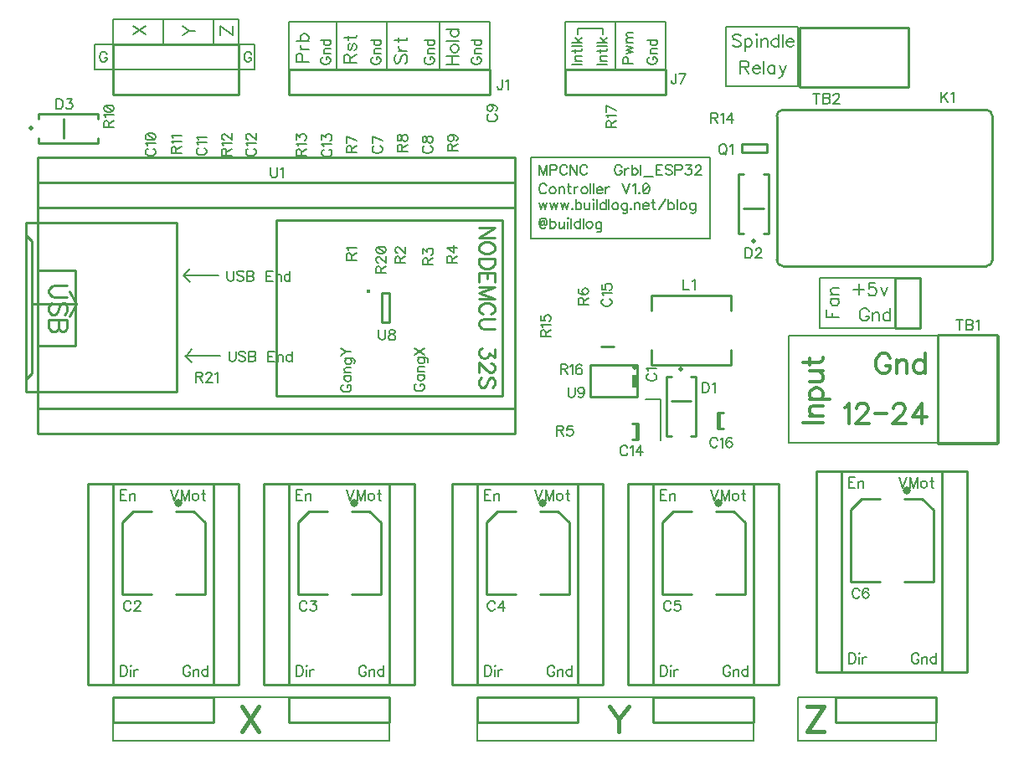
<source format=gbr>
G04 DipTrace 3.3.0.0*
G04 TopSilk.gbr*
%MOIN*%
G04 #@! TF.FileFunction,Legend,Top*
G04 #@! TF.Part,Single*
%ADD10C,0.009843*%
%ADD26C,0.008*%
%ADD28C,0.031482*%
%ADD31C,0.019677*%
%ADD33C,0.019695*%
%ADD53C,0.015395*%
%ADD55C,0.019692*%
%ADD123C,0.006176*%
%ADD124C,0.015439*%
%ADD125C,0.012351*%
%ADD126C,0.00772*%
%ADD127C,0.010807*%
%ADD128C,0.009264*%
%FSLAX26Y26*%
G04*
G70*
G90*
G75*
G01*
G04 TopSilk*
%LPD*%
X1109016Y1288184D2*
D10*
Y1002940D1*
X1064136Y1333110D2*
X1109016Y1288184D1*
X779016D2*
Y1002940D1*
X823896Y1333110D2*
X779016Y1288184D1*
X991272Y1333110D2*
X1064136D1*
X823896D2*
X896760D1*
X991272Y1002940D2*
X1109016D1*
X779016D2*
X896760D1*
D28*
X1003053Y1364881D3*
X1809016Y1288184D2*
D10*
Y1002940D1*
X1764136Y1333110D2*
X1809016Y1288184D1*
X1479016D2*
Y1002940D1*
X1523896Y1333110D2*
X1479016Y1288184D1*
X1691272Y1333110D2*
X1764136D1*
X1523896D2*
X1596760D1*
X1691272Y1002940D2*
X1809016D1*
X1479016D2*
X1596760D1*
D28*
X1703053Y1364881D3*
X2559016Y1288184D2*
D10*
Y1002940D1*
X2514136Y1333110D2*
X2559016Y1288184D1*
X2229016D2*
Y1002940D1*
X2273896Y1333110D2*
X2229016Y1288184D1*
X2441272Y1333110D2*
X2514136D1*
X2273896D2*
X2346760D1*
X2441272Y1002940D2*
X2559016D1*
X2229016D2*
X2346760D1*
D28*
X2453053Y1364881D3*
X3259016Y1288184D2*
D10*
Y1002940D1*
X3214136Y1333110D2*
X3259016Y1288184D1*
X2929016D2*
Y1002940D1*
X2973896Y1333110D2*
X2929016Y1288184D1*
X3141272Y1333110D2*
X3214136D1*
X2973896D2*
X3046760D1*
X3141272Y1002940D2*
X3259016D1*
X2929016D2*
X3046760D1*
D28*
X3153053Y1364881D3*
X4009016Y1338184D2*
D10*
Y1052940D1*
X3964136Y1383110D2*
X4009016Y1338184D1*
X3679016D2*
Y1052940D1*
X3723896Y1383110D2*
X3679016Y1338184D1*
X3891272Y1383110D2*
X3964136D1*
X3723896D2*
X3796760D1*
X3891272Y1052940D2*
X4009016D1*
X3679016D2*
X3796760D1*
D28*
X3903053Y1414881D3*
X2824979Y1682230D2*
D10*
Y1619301D1*
X2832428Y1682230D2*
Y1619301D1*
Y1682230D2*
X2808869D1*
X2832428Y1619301D2*
X2808869D1*
X2736295Y1990210D2*
X2685154D1*
X3157303Y1662551D2*
Y1725480D1*
X3149854Y1662551D2*
Y1725480D1*
Y1662551D2*
X3173413D1*
X3149854Y1725480D2*
X3173413D1*
X3043091Y1869913D2*
X3062780D1*
Y1633689D1*
X3043091D1*
X2964358Y1869913D2*
X2944669D1*
Y1633689D1*
X2964358D1*
X3043091Y1771467D2*
X2964358D1*
D31*
X3003724Y1899427D3*
X3253698Y2440210D2*
D10*
X3234009D1*
Y2676435D1*
X3253698D1*
X3332430Y2440210D2*
X3352119D1*
Y2676435D1*
X3332430D1*
X3253698Y2538656D2*
X3332430D1*
D31*
X3293064Y2410697D3*
X445835Y2897496D2*
D10*
Y2917185D1*
X682059D1*
Y2897496D1*
X445835Y2818764D2*
Y2799075D1*
X682059D1*
Y2818764D1*
X544281Y2897496D2*
Y2818764D1*
D33*
X416321Y2858130D3*
X1444016Y3094016D2*
D10*
X2244016D1*
X1444016Y2994016D2*
Y3094016D1*
Y2994016D2*
X2244016D1*
Y3094016D1*
X1144016Y494016D2*
Y594016D1*
X744016Y494016D2*
X1144016D1*
X744016Y594016D2*
X1144016D1*
X744016Y494016D2*
Y594016D1*
X1844016Y494016D2*
Y594016D1*
X1444016Y494016D2*
X1844016D1*
X1444016Y594016D2*
X1844016D1*
X1444016Y494016D2*
Y594016D1*
X2594016Y494016D2*
Y594016D1*
X2194016Y494016D2*
X2594016D1*
X2194016Y594016D2*
X2594016D1*
X2194016Y494016D2*
Y594016D1*
X3294016Y494016D2*
Y594016D1*
X2894016Y494016D2*
X3294016D1*
X2894016Y594016D2*
X3294016D1*
X2894016Y494016D2*
Y594016D1*
X4019016Y494016D2*
Y594016D1*
X3619016Y494016D2*
X4019016D1*
X3619016Y594016D2*
X4019016D1*
X3619016Y494016D2*
Y594016D1*
X2944016Y2994016D2*
Y3094016D1*
X2544016Y2994016D2*
X2944016D1*
X2544016Y3094016D2*
X2944016D1*
X2544016Y2994016D2*
Y3094016D1*
X744016Y2994016D2*
X1244016D1*
X744016Y3194016D2*
X1244016D1*
X744016Y2994016D2*
Y3194016D1*
X1244016Y2994016D2*
Y3194016D1*
X1969716Y2744016D2*
X1977316D1*
X518116D2*
X2344016D1*
X444016D2*
X518116D1*
X444016Y2644016D2*
Y2744016D1*
Y2644016D2*
X2344016D1*
Y2744016D1*
X3856516Y2063701D2*
X3956516D1*
X3856516Y2263701D2*
Y2063701D1*
Y2263701D2*
X3956516D1*
Y2063701D1*
X394583Y2433511D2*
X419603Y2408536D1*
X394583Y2483529D2*
X994583D1*
Y1808529D1*
X394583D1*
Y2483529D1*
X419603Y2408536D2*
Y1883521D1*
X394583Y1858546D1*
X419603Y2158516D2*
X594563D1*
X569603Y2208534D1*
X594563Y2158516D2*
X569603Y2108499D1*
X3384862Y2907898D2*
G02X3408894Y2931909I24014J-3D01*
G01*
X4219098D1*
G02X4243130Y2907898I18J-24014D01*
G01*
Y2333873D1*
G02X4219098Y2309862I-24014J3D01*
G01*
X3408894D1*
G02X3384862Y2333873I-18J24014D01*
G01*
Y2907898D1*
X2886090Y2134167D2*
Y2193226D1*
X3201057D1*
Y2134167D1*
Y1976694D2*
Y1917635D1*
X2886090D1*
Y1976694D1*
X3345297Y2763901D2*
X3246875D1*
Y2795390D1*
X3345297D1*
Y2763901D1*
X4262126Y2037126D2*
X4025906D1*
Y1604055D1*
X4262126D1*
Y2037126D1*
X3908189Y3024331D2*
X3475118D1*
Y3260551D1*
X3908189D1*
Y3024331D1*
X2344016Y2644016D2*
X444016D1*
Y1644016D1*
X2344016D1*
Y2644016D1*
Y2544016D2*
X444016D1*
X2344016Y1744016D2*
X444016D1*
X2294046Y2494016D2*
X1394016D1*
Y1794016D1*
X2294046D1*
Y2494016D1*
X593926Y2294016D2*
X444016D1*
Y1994016D1*
X593926D1*
Y2294016D1*
X644016Y1444016D2*
X744036D1*
Y644016D1*
X644016D1*
Y1444016D1*
X1143996D2*
X1244016D1*
Y644016D1*
X1143996D1*
Y1444016D1*
X744036D2*
X1143996D1*
Y644016D1*
X744036D1*
Y1444016D1*
X1344016D2*
X1444036D1*
Y644016D1*
X1344016D1*
Y1444016D1*
X1843996D2*
X1944016D1*
Y644016D1*
X1843996D1*
Y1444016D1*
X1444036D2*
X1843996D1*
Y644016D1*
X1444036D1*
Y1444016D1*
X2094016D2*
X2194036D1*
Y644016D1*
X2094016D1*
Y1444016D1*
X2593996D2*
X2694016D1*
Y644016D1*
X2593996D1*
Y1444016D1*
X2194036D2*
X2593996D1*
Y644016D1*
X2194036D1*
Y1444016D1*
X2794016D2*
X2894036D1*
Y644016D1*
X2794016D1*
Y1444016D1*
X3293996D2*
X3394016D1*
Y644016D1*
X3293996D1*
Y1444016D1*
X2894036D2*
X3293996D1*
Y644016D1*
X2894036D1*
Y1444016D1*
X3544016Y1494016D2*
X3644036D1*
Y694016D1*
X3544016D1*
Y1494016D1*
X4043996D2*
X4144016D1*
Y694016D1*
X4043996D1*
Y1494016D1*
X3644036D2*
X4043996D1*
Y694016D1*
X3644036D1*
Y1494016D1*
D53*
X1758641Y2208430D3*
X1812707Y2203167D2*
D10*
Y2085059D1*
X1844197Y2203167D2*
Y2085059D1*
X1812707D2*
X1844197D1*
X1812707Y2203167D2*
X1844197D1*
X2830039Y1788127D2*
X2643031D1*
Y1916084D1*
X2830039D1*
Y1788127D1*
D55*
X2820193Y1906232D3*
G36*
X2830039Y1827482D2*
X2810347D1*
Y1876702D1*
X2830039D1*
Y1827482D1*
G37*
X744016Y594016D2*
D26*
X1844016D1*
Y419016D1*
X744016D1*
Y594016D1*
X2194016D2*
X2219016D1*
X2194016D1*
X3294016D1*
Y419016D1*
X2194016D1*
Y594016D1*
X3469016D2*
X4019016D1*
Y419016D1*
X3469016D1*
Y594016D1*
X3556516Y2263701D2*
X3956516D1*
Y2063701D1*
X3556516D1*
Y2263701D1*
X3431516Y2031516D2*
X4269016D1*
Y1606516D1*
X3431516D1*
Y2031516D1*
X2406516Y2744016D2*
X3119016D1*
Y2419016D1*
X2406516D1*
Y2744016D1*
X744016Y3294016D2*
X944016D1*
Y3194016D1*
X744016D1*
Y3294016D1*
X944016D2*
X1144016D1*
Y3194016D1*
X944016D1*
Y3294016D1*
X1144016D2*
X1244016D1*
Y3194016D1*
X1144016D1*
Y3294016D1*
X669016Y3194016D2*
X1306516D1*
Y3094016D1*
X669016D1*
Y3194016D1*
X2594016Y3231516D2*
Y3256516D1*
X2694016D1*
Y3231516D1*
X1444016Y3281516D2*
X1631516D1*
Y3094016D1*
X1444016D1*
Y3281516D1*
X1631516Y3106516D2*
Y3094016D1*
Y3106516D1*
Y3281516D2*
X1831516D1*
Y3094016D1*
X1631516D1*
Y3281516D1*
X1831516D2*
X2044016D1*
Y3094016D1*
X1831516D1*
Y3281516D1*
X2044016D2*
X2244016D1*
Y3094016D1*
X2044016D1*
Y3281516D1*
X2544016D2*
X2744016D1*
Y3094016D1*
X2544016D1*
Y3281516D1*
X2744016D2*
X2944016D1*
Y3094016D1*
X2744016D1*
Y3281516D1*
X3181516Y3262766D2*
X3469016D1*
Y3025265D1*
X3181516D1*
Y3262766D1*
X2923803Y1617804D2*
Y1779741D1*
X2864059Y1778169D1*
X1162550Y2272371D2*
X1023520D1*
X1027417Y2274970D2*
X1048207Y2298358D1*
X1024819Y2269773D2*
X1048207Y2247684D1*
X1169627Y1951963D2*
X1030597D1*
X1034495Y1954562D2*
X1055285Y1977950D1*
X1031896Y1949365D2*
X1055285Y1927276D1*
X2875763Y1881503D2*
D123*
X2871960Y1879602D1*
X2868113Y1875755D1*
X2866212Y1871953D1*
Y1864303D1*
X2868113Y1860456D1*
X2871960Y1856654D1*
X2875763Y1854708D1*
X2881511Y1852807D1*
X2891105D1*
X2896809Y1854708D1*
X2900656Y1856654D1*
X2904459Y1860456D1*
X2906404Y1864303D1*
Y1871952D1*
X2904459Y1875755D1*
X2900656Y1879602D1*
X2896809Y1881503D1*
X2873906Y1893854D2*
X2871960Y1897701D1*
X2866256Y1903449D1*
X2906404D1*
X813791Y967158D2*
X811889Y970960D1*
X808043Y974807D1*
X804240Y976708D1*
X796591D1*
X792744Y974807D1*
X788942Y970960D1*
X786996Y967158D1*
X785095Y961410D1*
Y951815D1*
X786996Y946111D1*
X788942Y942264D1*
X792744Y938462D1*
X796591Y936516D1*
X804240D1*
X808043Y938462D1*
X811889Y942264D1*
X813791Y946111D1*
X828088Y967114D2*
Y969015D1*
X829989Y972862D1*
X831890Y974763D1*
X835737Y976664D1*
X843386D1*
X847189Y974763D1*
X849090Y972862D1*
X851035Y969015D1*
Y965212D1*
X849090Y961366D1*
X845287Y955662D1*
X826142Y936516D1*
X852937D1*
X1513791Y967158D2*
X1511889Y970960D1*
X1508043Y974807D1*
X1504240Y976708D1*
X1496591D1*
X1492744Y974807D1*
X1488942Y970960D1*
X1486996Y967158D1*
X1485095Y961410D1*
Y951815D1*
X1486996Y946111D1*
X1488942Y942264D1*
X1492744Y938462D1*
X1496591Y936516D1*
X1504240D1*
X1508043Y938462D1*
X1511889Y942264D1*
X1513791Y946111D1*
X1529989Y976664D2*
X1550991D1*
X1539539Y961366D1*
X1545287D1*
X1549090Y959464D1*
X1550991Y957563D1*
X1552937Y951815D1*
Y948012D1*
X1550991Y942264D1*
X1547189Y938418D1*
X1541441Y936516D1*
X1535693D1*
X1529989Y938418D1*
X1528088Y940363D1*
X1526142Y944166D1*
X2262840Y967158D2*
X2260939Y970960D1*
X2257092Y974807D1*
X2253289Y976708D1*
X2245640D1*
X2241793Y974807D1*
X2237991Y970960D1*
X2236045Y967158D1*
X2234144Y961410D1*
Y951815D1*
X2236045Y946111D1*
X2237991Y942264D1*
X2241793Y938462D1*
X2245640Y936516D1*
X2253289D1*
X2257092Y938462D1*
X2260939Y942264D1*
X2262840Y946111D1*
X2294337Y936516D2*
Y976664D1*
X2275191Y949914D1*
X2303887D1*
X2963791Y967158D2*
X2961889Y970960D1*
X2958043Y974807D1*
X2954240Y976708D1*
X2946591D1*
X2942744Y974807D1*
X2938942Y970960D1*
X2936996Y967158D1*
X2935095Y961410D1*
Y951815D1*
X2936996Y946111D1*
X2938942Y942264D1*
X2942744Y938462D1*
X2946591Y936516D1*
X2954240D1*
X2958043Y938462D1*
X2961889Y942264D1*
X2963791Y946111D1*
X2999090Y976664D2*
X2979989D1*
X2978088Y959464D1*
X2979989Y961366D1*
X2985737Y963311D1*
X2991441D1*
X2997189Y961366D1*
X3001035Y957563D1*
X3002937Y951815D1*
Y948012D1*
X3001035Y942264D1*
X2997189Y938418D1*
X2991441Y936516D1*
X2985737D1*
X2979989Y938418D1*
X2978088Y940363D1*
X2976142Y944166D1*
X3714763Y1017158D2*
X3712862Y1020960D1*
X3709015Y1024807D1*
X3705213Y1026708D1*
X3697564D1*
X3693717Y1024807D1*
X3689914Y1020960D1*
X3687969Y1017158D1*
X3686067Y1011410D1*
Y1001815D1*
X3687969Y996111D1*
X3689914Y992264D1*
X3693717Y988462D1*
X3697564Y986516D1*
X3705213D1*
X3709015Y988462D1*
X3712862Y992264D1*
X3714763Y996111D1*
X3750063Y1020960D2*
X3748161Y1024763D1*
X3742413Y1026664D1*
X3738611D1*
X3732863Y1024763D1*
X3729016Y1019015D1*
X3727115Y1009464D1*
Y999914D1*
X3729016Y992264D1*
X3732863Y988418D1*
X3738611Y986516D1*
X3740512D1*
X3746216Y988418D1*
X3750063Y992264D1*
X3751964Y998012D1*
Y999914D1*
X3750063Y1005662D1*
X3746216Y1009464D1*
X3740512Y1011366D1*
X3738611D1*
X3732863Y1009464D1*
X3729016Y1005662D1*
X3727115Y999914D1*
X1784211Y2788692D2*
X1780408Y2786791D1*
X1776562Y2782944D1*
X1774660Y2779142D1*
Y2771493D1*
X1776562Y2767646D1*
X1780408Y2763843D1*
X1784211Y2761898D1*
X1789959Y2759996D1*
X1799554D1*
X1805258Y2761898D1*
X1809104Y2763843D1*
X1812907Y2767646D1*
X1814852Y2771492D1*
Y2779142D1*
X1812907Y2782944D1*
X1809104Y2786791D1*
X1805258Y2788692D1*
X1814852Y2808693D2*
X1774705Y2827838D1*
Y2801044D1*
X1984211Y2788714D2*
X1980408Y2786813D1*
X1976562Y2782966D1*
X1974660Y2779164D1*
Y2771515D1*
X1976562Y2767668D1*
X1980408Y2763865D1*
X1984211Y2761920D1*
X1989959Y2760019D1*
X1999554D1*
X2005258Y2761920D1*
X2009104Y2763865D1*
X2012907Y2767668D1*
X2014852Y2771515D1*
Y2779164D1*
X2012907Y2782966D1*
X2009104Y2786813D1*
X2005258Y2788714D1*
X1974705Y2810616D2*
X1976606Y2804913D1*
X1980408Y2802967D1*
X1984255D1*
X1988058Y2804913D1*
X1990003Y2808715D1*
X1991905Y2816364D1*
X1993806Y2822112D1*
X1997653Y2825915D1*
X2001455Y2827816D1*
X2007203D1*
X2011006Y2825915D1*
X2012951Y2824014D1*
X2014852Y2818266D1*
Y2810616D1*
X2012951Y2804913D1*
X2011006Y2802967D1*
X2007203Y2801066D1*
X2001455D1*
X1997653Y2802967D1*
X1993806Y2806814D1*
X1991905Y2812518D1*
X1990003Y2820167D1*
X1988058Y2824014D1*
X1984255Y2825915D1*
X1980408D1*
X1976606Y2824014D1*
X1974705Y2818266D1*
Y2810616D1*
X2240460Y2914643D2*
X2236658Y2912742D1*
X2232811Y2908895D1*
X2230910Y2905092D1*
Y2897443D1*
X2232811Y2893596D1*
X2236658Y2889794D1*
X2240460Y2887848D1*
X2246208Y2885947D1*
X2255803D1*
X2261507Y2887848D1*
X2265354Y2889794D1*
X2269156Y2893596D1*
X2271102Y2897443D1*
Y2905092D1*
X2269156Y2908895D1*
X2265354Y2912742D1*
X2261507Y2914643D1*
X2244307Y2951888D2*
X2250055Y2949942D1*
X2253902Y2946140D1*
X2255803Y2940392D1*
Y2938490D1*
X2253902Y2932742D1*
X2250055Y2928940D1*
X2244307Y2926994D1*
X2242406D1*
X2236658Y2928940D1*
X2232855Y2932742D1*
X2230954Y2938490D1*
Y2940392D1*
X2232855Y2946140D1*
X2236658Y2949942D1*
X2244307Y2951888D1*
X2253902D1*
X2263452Y2949942D1*
X2269200Y2946140D1*
X2271102Y2940392D1*
Y2936589D1*
X2269201Y2930841D1*
X2265354Y2928940D1*
X881613Y2777226D2*
X877810Y2775325D1*
X873963Y2771478D1*
X872062Y2767675D1*
Y2760026D1*
X873963Y2756179D1*
X877810Y2752377D1*
X881613Y2750431D1*
X887361Y2748530D1*
X896955D1*
X902659Y2750431D1*
X906506Y2752377D1*
X910309Y2756179D1*
X912254Y2760026D1*
Y2767675D1*
X910309Y2771478D1*
X906506Y2775325D1*
X902659Y2777226D1*
X879756Y2789577D2*
X877810Y2793424D1*
X872106Y2799172D1*
X912254D1*
X872106Y2823019D2*
X874008Y2817271D1*
X879756Y2813425D1*
X889306Y2811523D1*
X895054D1*
X904605Y2813425D1*
X910353Y2817271D1*
X912254Y2823019D1*
Y2826822D1*
X910353Y2832570D1*
X904605Y2836373D1*
X895054Y2838318D1*
X889306D1*
X879756Y2836373D1*
X874008Y2832570D1*
X872106Y2826822D1*
Y2823019D1*
X879756Y2836373D2*
X904605Y2813425D1*
X1084211Y2780070D2*
X1080408Y2778169D1*
X1076562Y2774322D1*
X1074660Y2770519D1*
Y2762870D1*
X1076562Y2759023D1*
X1080408Y2755221D1*
X1084211Y2753275D1*
X1089959Y2751374D1*
X1099554D1*
X1105258Y2753275D1*
X1109104Y2755221D1*
X1112907Y2759023D1*
X1114852Y2762870D1*
Y2770519D1*
X1112907Y2774322D1*
X1109104Y2778169D1*
X1105258Y2780070D1*
X1082354Y2792421D2*
X1080408Y2796268D1*
X1074705Y2802016D1*
X1114852D1*
X1082354Y2814367D2*
X1080408Y2818214D1*
X1074705Y2823962D1*
X1114852D1*
X1280559Y2777474D2*
X1276756Y2775573D1*
X1272909Y2771726D1*
X1271008Y2767923D1*
Y2760274D1*
X1272909Y2756427D1*
X1276756Y2752625D1*
X1280559Y2750679D1*
X1286307Y2748778D1*
X1295902D1*
X1301605Y2750679D1*
X1305452Y2752625D1*
X1309255Y2756427D1*
X1311200Y2760274D1*
Y2767923D1*
X1309255Y2771726D1*
X1305452Y2775573D1*
X1301605Y2777474D1*
X1278702Y2789825D2*
X1276756Y2793672D1*
X1271052Y2799420D1*
X1311200D1*
X1280603Y2813717D2*
X1278702D1*
X1274855Y2815618D1*
X1272954Y2817519D1*
X1271052Y2821366D1*
Y2829015D1*
X1272954Y2832818D1*
X1274855Y2834719D1*
X1278702Y2836665D1*
X1282504D1*
X1286351Y2834719D1*
X1292055Y2830917D1*
X1311200Y2811771D1*
Y2838566D1*
X1583042Y2774085D2*
X1579239Y2772184D1*
X1575392Y2768337D1*
X1573491Y2764535D1*
Y2756886D1*
X1575392Y2753039D1*
X1579239Y2749236D1*
X1583042Y2747291D1*
X1588790Y2745389D1*
X1598384D1*
X1604088Y2747291D1*
X1607935Y2749236D1*
X1611738Y2753039D1*
X1613683Y2756886D1*
Y2764535D1*
X1611738Y2768337D1*
X1607935Y2772184D1*
X1604088Y2774085D1*
X1581185Y2786437D2*
X1579239Y2790284D1*
X1573535Y2796032D1*
X1613683D1*
X1573535Y2812230D2*
Y2833232D1*
X1588834Y2821780D1*
Y2827528D1*
X1590735Y2831331D1*
X1592637Y2833232D1*
X1598385Y2835178D1*
X1602187D1*
X1607935Y2833232D1*
X1611782Y2829430D1*
X1613683Y2823682D1*
Y2817933D1*
X1611782Y2812230D1*
X1609836Y2810328D1*
X1606034Y2808383D1*
X2790506Y1585802D2*
X2788605Y1589605D1*
X2784758Y1593451D1*
X2780955Y1595353D1*
X2773306D1*
X2769459Y1593451D1*
X2765657Y1589605D1*
X2763711Y1585802D1*
X2761810Y1580054D1*
Y1570459D1*
X2763711Y1564756D1*
X2765657Y1560909D1*
X2769459Y1557106D1*
X2773306Y1555161D1*
X2780955D1*
X2784758Y1557106D1*
X2788605Y1560909D1*
X2790506Y1564756D1*
X2802857Y1587659D2*
X2806704Y1589605D1*
X2812452Y1595309D1*
Y1555161D1*
X2843949D2*
Y1595309D1*
X2824804Y1568558D1*
X2853500D1*
X2697089Y2179597D2*
X2693286Y2177696D1*
X2689440Y2173849D1*
X2687538Y2170047D1*
Y2162397D1*
X2689440Y2158551D1*
X2693286Y2154748D1*
X2697089Y2152803D1*
X2702837Y2150901D1*
X2712432D1*
X2718136Y2152803D1*
X2721982Y2154748D1*
X2725785Y2158551D1*
X2727730Y2162397D1*
Y2170047D1*
X2725785Y2173849D1*
X2721982Y2177696D1*
X2718136Y2179597D1*
X2695232Y2191949D2*
X2693286Y2195795D1*
X2687583Y2201543D1*
X2727730D1*
X2687583Y2236843D2*
Y2217742D1*
X2704782Y2215840D1*
X2702881Y2217741D1*
X2700936Y2223490D1*
Y2229193D1*
X2702881Y2234941D1*
X2706684Y2238788D1*
X2712432Y2240689D1*
X2716234D1*
X2721982Y2238788D1*
X2725829Y2234941D1*
X2727730Y2229193D1*
Y2223490D1*
X2725829Y2217741D1*
X2723884Y2215840D1*
X2720081Y2213895D1*
X3148734Y1617502D2*
X3146833Y1621304D1*
X3142986Y1625151D1*
X3139183Y1627052D1*
X3131534D1*
X3127687Y1625151D1*
X3123885Y1621304D1*
X3121939Y1617502D1*
X3120038Y1611754D1*
Y1602159D1*
X3121939Y1596455D1*
X3123885Y1592608D1*
X3127687Y1588806D1*
X3131534Y1586860D1*
X3139183D1*
X3142986Y1588806D1*
X3146833Y1592608D1*
X3148734Y1596455D1*
X3161085Y1619359D2*
X3164932Y1621304D1*
X3170680Y1627008D1*
Y1586860D1*
X3205979Y1621304D2*
X3204078Y1625107D1*
X3198330Y1627008D1*
X3194528D1*
X3188780Y1625107D1*
X3184933Y1619359D1*
X3183031Y1609808D1*
Y1600258D1*
X3184933Y1592608D1*
X3188780Y1588761D1*
X3194528Y1586860D1*
X3196429D1*
X3202133Y1588761D1*
X3205979Y1592608D1*
X3207881Y1598356D1*
Y1600258D1*
X3205979Y1606006D1*
X3202133Y1609808D1*
X3196429Y1611709D1*
X3194528D1*
X3188780Y1609808D1*
X3184933Y1606006D1*
X3183031Y1600258D1*
X3088888Y1846207D2*
Y1806015D1*
X3102285D1*
X3108033Y1807961D1*
X3111880Y1811763D1*
X3113781Y1815610D1*
X3115683Y1821314D1*
Y1830908D1*
X3113781Y1836656D1*
X3111880Y1840459D1*
X3108033Y1844306D1*
X3102285Y1846207D1*
X3088888D1*
X3128034Y1838514D2*
X3131881Y1840459D1*
X3137629Y1846163D1*
Y1806015D1*
X3260094Y2382361D2*
Y2342169D1*
X3273491D1*
X3279239Y2344114D1*
X3283086Y2347917D1*
X3284987Y2351763D1*
X3286889Y2357467D1*
Y2367062D1*
X3284987Y2372810D1*
X3283086Y2376613D1*
X3279239Y2380459D1*
X3273491Y2382361D1*
X3260094D1*
X3301185Y2372766D2*
Y2374667D1*
X3303087Y2378514D1*
X3304988Y2380415D1*
X3308835Y2382316D1*
X3316484D1*
X3320287Y2380415D1*
X3322188Y2378514D1*
X3324133Y2374667D1*
Y2370865D1*
X3322188Y2367018D1*
X3318385Y2361314D1*
X3299240Y2342169D1*
X3326035D1*
X516220Y2975764D2*
Y2935571D1*
X529617D1*
X535365Y2937517D1*
X539212Y2941320D1*
X541113Y2945166D1*
X543015Y2950870D1*
Y2960465D1*
X541113Y2966213D1*
X539212Y2970015D1*
X535365Y2973862D1*
X529617Y2975764D1*
X516220D1*
X559213Y2975719D2*
X580215D1*
X568763Y2960421D1*
X574511D1*
X578314Y2958519D1*
X580215Y2956618D1*
X582161Y2950870D1*
Y2947068D1*
X580215Y2941320D1*
X576413Y2937473D1*
X570665Y2935571D1*
X564917D1*
X559213Y2937473D1*
X557311Y2939418D1*
X555366Y2943221D1*
X2292615Y3052594D2*
Y3021997D1*
X2290714Y3016249D1*
X2288769Y3014348D1*
X2284966Y3012402D1*
X2281119D1*
X2277317Y3014348D1*
X2275415Y3016249D1*
X2273470Y3021997D1*
Y3025800D1*
X2304967Y3044901D2*
X2308813Y3046846D1*
X2314562Y3052550D1*
Y3012402D1*
X2984015Y3077594D2*
Y3046997D1*
X2982114Y3041249D1*
X2980169Y3039348D1*
X2976366Y3037402D1*
X2972519D1*
X2968717Y3039348D1*
X2966816Y3041249D1*
X2964870Y3046997D1*
Y3050800D1*
X3004016Y3037402D2*
X3023161Y3077550D1*
X2996367D1*
X4039626Y3002988D2*
Y2962796D1*
X4066420Y3002988D2*
X4039626Y2976193D1*
X4049176Y2985788D2*
X4066420Y2962796D1*
X4078772Y2995294D2*
X4082618Y2997240D1*
X4088366Y3002944D1*
Y2962796D1*
X3013094Y2257064D2*
Y2216872D1*
X3036042D1*
X3048393Y2249371D2*
X3052240Y2251316D1*
X3057988Y2257020D1*
Y2216872D1*
X3166816Y2795311D2*
X3163014Y2793454D1*
X3159167Y2789607D1*
X3157266Y2785760D1*
X3155320Y2780012D1*
Y2770462D1*
X3157266Y2764714D1*
X3159167Y2760911D1*
X3163014Y2757064D1*
X3166816Y2755163D1*
X3174466D1*
X3178312Y2757064D1*
X3182115Y2760911D1*
X3184016Y2764714D1*
X3185962Y2770462D1*
Y2780012D1*
X3184016Y2785760D1*
X3182115Y2789607D1*
X3178312Y2793454D1*
X3174466Y2795311D1*
X3166816D1*
X3172564Y2762812D2*
X3184016Y2751316D1*
X3198313Y2787617D2*
X3202160Y2789563D1*
X3207908Y2795267D1*
Y2755119D1*
X1691088Y2334571D2*
Y2351771D1*
X1689142Y2357519D1*
X1687241Y2359464D1*
X1683439Y2361365D1*
X1679592D1*
X1675789Y2359464D1*
X1673844Y2357519D1*
X1671943Y2351771D1*
Y2334571D1*
X1712135D1*
X1691088Y2347968D2*
X1712135Y2361365D1*
X1679636Y2373717D2*
X1677691Y2377563D1*
X1671987Y2383311D1*
X1712135D1*
X1884799Y2321451D2*
Y2338651D1*
X1882854Y2344399D1*
X1880952Y2346344D1*
X1877150Y2348246D1*
X1873303D1*
X1869501Y2346344D1*
X1867555Y2344399D1*
X1865654Y2338651D1*
Y2321451D1*
X1905846D1*
X1884799Y2334848D2*
X1905846Y2348246D1*
X1875249Y2362543D2*
X1873347D1*
X1869501Y2364444D1*
X1867599Y2366345D1*
X1865698Y2370192D1*
Y2377841D1*
X1867599Y2381644D1*
X1869501Y2383545D1*
X1873347Y2385490D1*
X1877150D1*
X1880997Y2383545D1*
X1886701Y2379742D1*
X1905846Y2360597D1*
Y2387392D1*
X1995804Y2315162D2*
Y2332362D1*
X1993859Y2338110D1*
X1991958Y2340056D1*
X1988155Y2341957D1*
X1984308D1*
X1980506Y2340056D1*
X1978560Y2338110D1*
X1976659Y2332362D1*
Y2315162D1*
X2016851D1*
X1995804Y2328560D2*
X2016851Y2341957D1*
X1976703Y2358155D2*
Y2379157D1*
X1992002Y2367706D1*
Y2373454D1*
X1993903Y2377256D1*
X1995804Y2379157D1*
X2001553Y2381103D1*
X2005355D1*
X2011103Y2379157D1*
X2014950Y2375355D1*
X2016851Y2369607D1*
Y2363859D1*
X2014950Y2358155D1*
X2013004Y2356254D1*
X2009202Y2354308D1*
X2091088Y2323645D2*
Y2340845D1*
X2089142Y2346593D1*
X2087241Y2348538D1*
X2083439Y2350439D1*
X2079592D1*
X2075789Y2348538D1*
X2073844Y2346593D1*
X2071943Y2340845D1*
Y2323645D1*
X2112135D1*
X2091088Y2337042D2*
X2112135Y2350439D1*
Y2381936D2*
X2071987D1*
X2098737Y2362791D1*
Y2391487D1*
X2509212Y1654764D2*
X2526412D1*
X2532160Y1656709D1*
X2534105Y1658611D1*
X2536007Y1662413D1*
Y1666260D1*
X2534105Y1670062D1*
X2532160Y1672008D1*
X2526412Y1673909D1*
X2509212D1*
Y1633717D1*
X2522609Y1654764D2*
X2536007Y1633717D1*
X2571306Y1673865D2*
X2552205D1*
X2550304Y1656665D1*
X2552205Y1658566D1*
X2557953Y1660512D1*
X2563657D1*
X2569405Y1658566D1*
X2573252Y1654764D1*
X2575153Y1649016D1*
Y1645213D1*
X2573252Y1639465D1*
X2569405Y1635618D1*
X2563657Y1633717D1*
X2557953D1*
X2552205Y1635618D1*
X2550304Y1637564D1*
X2548358Y1641366D1*
X2614264Y2157474D2*
Y2174673D1*
X2612318Y2180422D1*
X2610417Y2182367D1*
X2606615Y2184268D1*
X2602768D1*
X2598965Y2182367D1*
X2597020Y2180422D1*
X2595118Y2174674D1*
Y2157474D1*
X2635310D1*
X2614264Y2170871D2*
X2635310Y2184268D1*
X2600866Y2219568D2*
X2597064Y2217666D1*
X2595163Y2211918D1*
Y2208116D1*
X2597064Y2202368D1*
X2602812Y2198521D1*
X2612363Y2196620D1*
X2621913D1*
X2629562Y2198521D1*
X2633409Y2202368D1*
X2635310Y2208116D1*
Y2210017D1*
X2633409Y2215721D1*
X2629562Y2219567D1*
X2623814Y2221469D1*
X2621913D1*
X2616165Y2219568D1*
X2612363Y2215721D1*
X2610461Y2210017D1*
Y2208116D1*
X2612363Y2202368D1*
X2616165Y2198521D1*
X2621913Y2196620D1*
X1692375Y2761653D2*
Y2778853D1*
X1690430Y2784601D1*
X1688529Y2786546D1*
X1684726Y2788448D1*
X1680879D1*
X1677077Y2786546D1*
X1675131Y2784601D1*
X1673230Y2778853D1*
Y2761653D1*
X1713422D1*
X1692375Y2775050D2*
X1713422Y2788448D1*
Y2808448D2*
X1673274Y2827594D1*
Y2800799D1*
X1893804Y2767415D2*
Y2784615D1*
X1891859Y2790363D1*
X1889958Y2792309D1*
X1886155Y2794210D1*
X1882308D1*
X1878506Y2792309D1*
X1876560Y2790363D1*
X1874659Y2784615D1*
Y2767415D1*
X1914851D1*
X1893804Y2780813D2*
X1914851Y2794210D1*
X1874703Y2816112D2*
X1876605Y2810408D1*
X1880407Y2808463D1*
X1884254D1*
X1888056Y2810408D1*
X1890002Y2814211D1*
X1891903Y2821860D1*
X1893804Y2827608D1*
X1897651Y2831411D1*
X1901454Y2833312D1*
X1907202D1*
X1911004Y2831411D1*
X1912950Y2829509D1*
X1914851Y2823761D1*
Y2816112D1*
X1912950Y2810408D1*
X1911004Y2808463D1*
X1907202Y2806561D1*
X1901454D1*
X1897651Y2808463D1*
X1893805Y2812309D1*
X1891903Y2818013D1*
X1890002Y2825663D1*
X1888056Y2829509D1*
X1884254Y2831411D1*
X1880407D1*
X1876605Y2829509D1*
X1874703Y2823761D1*
Y2816112D1*
X2093804Y2768345D2*
Y2785545D1*
X2091859Y2791293D1*
X2089958Y2793239D1*
X2086155Y2795140D1*
X2082308D1*
X2078506Y2793239D1*
X2076560Y2791293D1*
X2074659Y2785545D1*
Y2768345D1*
X2114851D1*
X2093804Y2781743D2*
X2114851Y2795140D1*
X2088056Y2832385D2*
X2093804Y2830439D1*
X2097651Y2826637D1*
X2099553Y2820889D1*
Y2818987D1*
X2097651Y2813239D1*
X2093805Y2809437D1*
X2088056Y2807491D1*
X2086155D1*
X2080407Y2809437D1*
X2076605Y2813239D1*
X2074703Y2818987D1*
Y2820889D1*
X2076605Y2826637D1*
X2080407Y2830439D1*
X2088056Y2832385D1*
X2097651D1*
X2107202Y2830439D1*
X2112950Y2826637D1*
X2114851Y2820889D1*
Y2817086D1*
X2112950Y2811338D1*
X2109103Y2809437D1*
X725055Y2862671D2*
Y2879871D1*
X723110Y2885619D1*
X721208Y2887564D1*
X717406Y2889465D1*
X713559D1*
X709757Y2887564D1*
X707811Y2885619D1*
X705910Y2879871D1*
Y2862671D1*
X746102D1*
X725055Y2876068D2*
X746102Y2889465D1*
X713603Y2901817D2*
X711658Y2905664D1*
X705954Y2911412D1*
X746102D1*
X705954Y2935259D2*
X707855Y2929511D1*
X713603Y2925664D1*
X723154Y2923763D1*
X728902D1*
X738452Y2925664D1*
X744200Y2929511D1*
X746102Y2935259D1*
Y2939062D1*
X744200Y2944810D1*
X738452Y2948612D1*
X728902Y2950558D1*
X723154D1*
X713603Y2948612D1*
X707855Y2944810D1*
X705954Y2939062D1*
Y2935259D1*
X713603Y2948612D2*
X738452Y2925664D1*
X993804Y2758771D2*
Y2775971D1*
X991859Y2781719D1*
X989958Y2783664D1*
X986155Y2785565D1*
X982308D1*
X978506Y2783664D1*
X976560Y2781719D1*
X974659Y2775971D1*
Y2758771D1*
X1014851D1*
X993804Y2772168D2*
X1014851Y2785565D1*
X982353Y2797917D2*
X980407Y2801764D1*
X974703Y2807512D1*
X1014851D1*
X982353Y2819863D2*
X980407Y2823710D1*
X974703Y2829458D1*
X1014851D1*
X1193806Y2750171D2*
Y2767371D1*
X1191860Y2773119D1*
X1189959Y2775064D1*
X1186157Y2776965D1*
X1182310D1*
X1178507Y2775064D1*
X1176562Y2773119D1*
X1174660Y2767371D1*
Y2750171D1*
X1214852D1*
X1193806Y2763568D2*
X1214852Y2776965D1*
X1182354Y2789317D2*
X1180408Y2793164D1*
X1174705Y2798912D1*
X1214852D1*
X1184255Y2813208D2*
X1182354Y2813209D1*
X1178507Y2815110D1*
X1176606Y2817011D1*
X1174705Y2820858D1*
Y2828507D1*
X1176606Y2832310D1*
X1178507Y2834211D1*
X1182354Y2836156D1*
X1186157D1*
X1190003Y2834211D1*
X1195707Y2830408D1*
X1214852Y2811263D1*
Y2838058D1*
X1491140Y2748937D2*
Y2766137D1*
X1489195Y2771885D1*
X1487294Y2773831D1*
X1483491Y2775732D1*
X1479644D1*
X1475842Y2773831D1*
X1473896Y2771885D1*
X1471995Y2766137D1*
Y2748937D1*
X1512187D1*
X1491140Y2762335D2*
X1512187Y2775732D1*
X1479689Y2788083D2*
X1477743Y2791930D1*
X1472039Y2797678D1*
X1512187D1*
X1472039Y2813876D2*
Y2834879D1*
X1487338Y2823427D1*
Y2829175D1*
X1489239Y2832977D1*
X1491140Y2834879D1*
X1496888Y2836824D1*
X1500691D1*
X1506439Y2834879D1*
X1510286Y2831076D1*
X1512187Y2825328D1*
Y2819580D1*
X1510286Y2813876D1*
X1508340Y2811975D1*
X1504538Y2810029D1*
X3124023Y2900476D2*
X3141223D1*
X3146971Y2902422D1*
X3148917Y2904323D1*
X3150818Y2908126D1*
Y2911972D1*
X3148917Y2915775D1*
X3146971Y2917720D1*
X3141223Y2919622D1*
X3124023D1*
Y2879430D1*
X3137421Y2900476D2*
X3150818Y2879430D1*
X3163169Y2911928D2*
X3167016Y2913874D1*
X3172764Y2919578D1*
Y2879430D1*
X3204261D2*
Y2919578D1*
X3185115Y2892827D1*
X3213811D1*
X2464764Y2028225D2*
Y2045425D1*
X2462818Y2051173D1*
X2460917Y2053118D1*
X2457115Y2055019D1*
X2453268D1*
X2449465Y2053118D1*
X2447520Y2051173D1*
X2445618Y2045425D1*
Y2028225D1*
X2485810D1*
X2464764Y2041622D2*
X2485810Y2055019D1*
X2453312Y2067371D2*
X2451366Y2071217D1*
X2445663Y2076965D1*
X2485810D1*
X2445663Y2112265D2*
Y2093164D1*
X2462863Y2091262D1*
X2460961Y2093164D1*
X2459016Y2098912D1*
Y2104615D1*
X2460961Y2110363D1*
X2464764Y2114210D1*
X2470512Y2116111D1*
X2474314D1*
X2480062Y2114210D1*
X2483909Y2110363D1*
X2485810Y2104615D1*
Y2098912D1*
X2483909Y2093164D1*
X2481964Y2091262D1*
X2478161Y2089317D1*
X2524454Y1899596D2*
X2541654D1*
X2547402Y1901541D1*
X2549348Y1903443D1*
X2551249Y1907245D1*
Y1911092D1*
X2549348Y1914894D1*
X2547402Y1916840D1*
X2541654Y1918741D1*
X2524454D1*
Y1878549D1*
X2537852Y1899596D2*
X2551249Y1878549D1*
X2563601Y1911048D2*
X2567447Y1912993D1*
X2573195Y1918697D1*
Y1878549D1*
X2608495Y1912993D2*
X2606593Y1916796D1*
X2600845Y1918697D1*
X2597043D1*
X2591295Y1916796D1*
X2587448Y1911048D1*
X2585547Y1901497D1*
Y1891947D1*
X2587448Y1884297D1*
X2591295Y1880450D1*
X2597043Y1878549D1*
X2598944D1*
X2604648Y1880450D1*
X2608495Y1884297D1*
X2610396Y1890045D1*
Y1891947D1*
X2608495Y1897695D1*
X2604648Y1901497D1*
X2598944Y1903398D1*
X2597043D1*
X2591295Y1901497D1*
X2587448Y1897695D1*
X2585547Y1891947D1*
X2725055Y2862474D2*
Y2879674D1*
X2723110Y2885422D1*
X2721208Y2887367D1*
X2717406Y2889269D1*
X2713559D1*
X2709757Y2887367D1*
X2707811Y2885422D1*
X2705910Y2879674D1*
Y2862474D1*
X2746102D1*
X2725055Y2875871D2*
X2746102Y2889269D1*
X2713603Y2901620D2*
X2711658Y2905467D1*
X2705954Y2911215D1*
X2746102D1*
Y2931215D2*
X2705954Y2950361D1*
Y2923566D1*
X1808304Y2282815D2*
Y2300015D1*
X1806359Y2305763D1*
X1804458Y2307708D1*
X1800655Y2309610D1*
X1796808D1*
X1793006Y2307708D1*
X1791060Y2305763D1*
X1789159Y2300015D1*
Y2282815D1*
X1829351D1*
X1808304Y2296212D2*
X1829351Y2309610D1*
X1798754Y2323906D2*
X1796853D1*
X1793006Y2325808D1*
X1791105Y2327709D1*
X1789203Y2331556D1*
Y2339205D1*
X1791105Y2343008D1*
X1793006Y2344909D1*
X1796853Y2346854D1*
X1800655D1*
X1804502Y2344909D1*
X1810206Y2341106D1*
X1829351Y2321961D1*
Y2348756D1*
X1789203Y2372603D2*
X1791105Y2366855D1*
X1796853Y2363008D1*
X1806403Y2361107D1*
X1812151D1*
X1821702Y2363008D1*
X1827450Y2366855D1*
X1829351Y2372603D1*
Y2376406D1*
X1827450Y2382154D1*
X1821702Y2385956D1*
X1812151Y2387902D1*
X1806403D1*
X1796853Y2385956D1*
X1791105Y2382154D1*
X1789203Y2376406D1*
Y2372603D1*
X1796853Y2385956D2*
X1821702Y2363008D1*
X1071845Y1868483D2*
X1089045D1*
X1094793Y1870429D1*
X1096738Y1872330D1*
X1098640Y1876133D1*
Y1879979D1*
X1096738Y1883782D1*
X1094793Y1885727D1*
X1089045Y1887629D1*
X1071845D1*
Y1847437D1*
X1085242Y1868483D2*
X1098640Y1847437D1*
X1112937Y1878034D2*
Y1879935D1*
X1114838Y1883782D1*
X1116739Y1885683D1*
X1120586Y1887585D1*
X1128235D1*
X1132038Y1885683D1*
X1133939Y1883782D1*
X1135885Y1879935D1*
Y1876133D1*
X1133939Y1872286D1*
X1130136Y1866582D1*
X1110991Y1847437D1*
X1137786D1*
X1150137Y1879935D2*
X1153984Y1881881D1*
X1159732Y1887585D1*
Y1847437D1*
X4113470Y2095704D2*
Y2055512D1*
X4100072Y2095704D2*
X4126867D1*
X4139218D2*
Y2055512D1*
X4156462D1*
X4162210Y2057458D1*
X4164112Y2059359D1*
X4166013Y2063162D1*
Y2068910D1*
X4164112Y2072757D1*
X4162210Y2074658D1*
X4156462Y2076559D1*
X4162210Y2078505D1*
X4164112Y2080406D1*
X4166013Y2084208D1*
Y2088055D1*
X4164112Y2091858D1*
X4162210Y2093803D1*
X4156462Y2095704D1*
X4139218D1*
Y2076559D2*
X4156462D1*
X4178364Y2088011D2*
X4182211Y2089956D1*
X4187959Y2095660D1*
Y2055512D1*
X3543973Y2997524D2*
Y2957332D1*
X3530575Y2997524D2*
X3557370D1*
X3569721D2*
Y2957332D1*
X3586966D1*
X3592714Y2959277D1*
X3594615Y2961179D1*
X3596516Y2964981D1*
Y2970729D1*
X3594615Y2974576D1*
X3592714Y2976477D1*
X3586966Y2978379D1*
X3592714Y2980324D1*
X3594615Y2982225D1*
X3596516Y2986028D1*
Y2989875D1*
X3594615Y2993677D1*
X3592714Y2995623D1*
X3586966Y2997524D1*
X3569721D1*
Y2978379D2*
X3586966D1*
X3610813Y2987929D2*
Y2989830D1*
X3612714Y2993677D1*
X3614616Y2995578D1*
X3618462Y2997480D1*
X3626112D1*
X3629914Y2995578D1*
X3631815Y2993677D1*
X3633761Y2989830D1*
Y2986028D1*
X3631815Y2982181D1*
X3628013Y2976477D1*
X3608868Y2957332D1*
X3635662D1*
X1369645Y2702594D2*
Y2673898D1*
X1371547Y2668150D1*
X1375393Y2664348D1*
X1381141Y2662402D1*
X1384944D1*
X1390692Y2664348D1*
X1394539Y2668150D1*
X1396440Y2673898D1*
Y2702594D1*
X1408791Y2694901D2*
X1412638Y2696846D1*
X1418386Y2702550D1*
Y2662402D1*
X1800422Y2056173D2*
Y2027477D1*
X1802323Y2021729D1*
X1806170Y2017926D1*
X1811918Y2015981D1*
X1815720D1*
X1821468Y2017926D1*
X1825315Y2021729D1*
X1827216Y2027477D1*
Y2056173D1*
X1849118Y2056129D2*
X1843415Y2054227D1*
X1841469Y2050425D1*
Y2046578D1*
X1843415Y2042776D1*
X1847217Y2040830D1*
X1854866Y2038929D1*
X1860615Y2037028D1*
X1864417Y2033181D1*
X1866318Y2029378D1*
Y2023630D1*
X1864417Y2019828D1*
X1862516Y2017882D1*
X1856768Y2015981D1*
X1849118D1*
X1843415Y2017882D1*
X1841469Y2019828D1*
X1839568Y2023630D1*
Y2029378D1*
X1841469Y2033181D1*
X1845316Y2037028D1*
X1851020Y2038929D1*
X1858669Y2040830D1*
X1862516Y2042776D1*
X1864417Y2046578D1*
Y2050425D1*
X1862516Y2054227D1*
X1856768Y2056129D1*
X1849118D1*
X2554412Y1827362D2*
Y1798666D1*
X2556313Y1792918D1*
X2560160Y1789115D1*
X2565908Y1787170D1*
X2569711D1*
X2575459Y1789115D1*
X2579305Y1792918D1*
X2581207Y1798666D1*
Y1827362D1*
X2618451Y1813965D2*
X2616506Y1808217D1*
X2612703Y1804370D1*
X2606955Y1802469D1*
X2605054D1*
X2599306Y1804370D1*
X2595504Y1808217D1*
X2593558Y1813965D1*
Y1815866D1*
X2595504Y1821614D1*
X2599306Y1825416D1*
X2605054Y1827318D1*
X2606955D1*
X2612703Y1825416D1*
X2616506Y1821614D1*
X2618451Y1813965D1*
Y1804370D1*
X2616506Y1794819D1*
X2612703Y1789071D1*
X2606955Y1787170D1*
X2603153D1*
X2597405Y1789071D1*
X2595504Y1792918D1*
X1256516Y555318D2*
D124*
X1323503Y454838D1*
Y555318D2*
X1256516Y454838D1*
X2719016Y555318D2*
X2757263Y507454D1*
Y454838D1*
X2795509Y555318D2*
X2757263Y507454D1*
X3506516Y555318D2*
X3573503D1*
X3506516Y454838D1*
X3573503D1*
X3837364Y1943000D2*
D125*
X3833562Y1950605D1*
X3825868Y1958298D1*
X3818263Y1962101D1*
X3802964D1*
X3795271Y1958298D1*
X3787666Y1950605D1*
X3783775Y1943000D1*
X3779972Y1931504D1*
Y1912314D1*
X3783775Y1900907D1*
X3787666Y1893213D1*
X3795271Y1885608D1*
X3802964Y1881717D1*
X3818263D1*
X3825868Y1885608D1*
X3833562Y1893213D1*
X3837364Y1900907D1*
Y1912314D1*
X3818263D1*
X3862067Y1935306D2*
Y1881717D1*
Y1920008D2*
X3873563Y1931504D1*
X3881257Y1935306D1*
X3892664D1*
X3900358Y1931504D1*
X3904160Y1920008D1*
Y1881717D1*
X3974759Y1962101D2*
Y1881717D1*
Y1923810D2*
X3967154Y1931504D1*
X3959460Y1935306D1*
X3947964D1*
X3940359Y1931504D1*
X3932666Y1923810D1*
X3928863Y1912314D1*
Y1904709D1*
X3932666Y1893213D1*
X3940359Y1885608D1*
X3947964Y1881717D1*
X3959460D1*
X3967154Y1885608D1*
X3974759Y1893213D1*
X3654972Y1746714D2*
X3662666Y1750605D1*
X3674162Y1762013D1*
Y1681717D1*
X3702756Y1742911D2*
Y1746714D1*
X3706558Y1754407D1*
X3710361Y1758210D1*
X3718054Y1762013D1*
X3733353D1*
X3740958Y1758210D1*
X3744760Y1754407D1*
X3748651Y1746714D1*
Y1739109D1*
X3744760Y1731415D1*
X3737155Y1720008D1*
X3698865Y1681717D1*
X3752454D1*
X3777157Y1721865D2*
X3821372D1*
X3849966Y1742911D2*
Y1746714D1*
X3853769Y1754407D1*
X3857571Y1758210D1*
X3865265Y1762013D1*
X3880563D1*
X3888168Y1758210D1*
X3891971Y1754407D1*
X3895862Y1746714D1*
Y1739109D1*
X3891971Y1731415D1*
X3884366Y1720008D1*
X3846075Y1681717D1*
X3899665D1*
X3962658D2*
Y1762013D1*
X3924367Y1708512D1*
X3981759D1*
X3711656Y2238341D2*
D126*
Y2195286D1*
X3690156Y2216786D2*
X3733211D1*
X3777336Y2241906D2*
X3753459D1*
X3751082Y2220406D1*
X3753459Y2222783D1*
X3760644Y2225215D1*
X3767774D1*
X3774959Y2222783D1*
X3779767Y2218030D1*
X3782144Y2210845D1*
Y2206091D1*
X3779767Y2198906D1*
X3774959Y2194098D1*
X3767774Y2191721D1*
X3760644D1*
X3753459Y2194098D1*
X3751082Y2196530D1*
X3748651Y2201283D1*
X3797583Y2225215D2*
X3811953Y2191721D1*
X3826268Y2225215D1*
X3751026Y2130023D2*
X3748650Y2134776D1*
X3743841Y2139585D1*
X3739088Y2141961D1*
X3729526D1*
X3724718Y2139585D1*
X3719965Y2134776D1*
X3717533Y2130023D1*
X3715156Y2122838D1*
Y2110845D1*
X3717533Y2103715D1*
X3719965Y2098906D1*
X3724718Y2094153D1*
X3729526Y2091721D1*
X3739088D1*
X3743841Y2094153D1*
X3748650Y2098906D1*
X3751026Y2103715D1*
Y2110845D1*
X3739088D1*
X3766466Y2125215D2*
Y2091721D1*
Y2115653D2*
X3773651Y2122838D1*
X3778459Y2125215D1*
X3785589D1*
X3790397Y2122838D1*
X3792774Y2115653D1*
Y2091721D1*
X3836898Y2141961D2*
Y2091721D1*
Y2118030D2*
X3832145Y2122838D1*
X3827336Y2125215D1*
X3820151D1*
X3815398Y2122838D1*
X3810590Y2118030D1*
X3808213Y2110845D1*
Y2106091D1*
X3810590Y2098906D1*
X3815398Y2094153D1*
X3820151Y2091721D1*
X3827336D1*
X3832145Y2094153D1*
X3836898Y2098906D1*
X3242400Y3226016D2*
X3237647Y3230825D1*
X3230462Y3233201D1*
X3220901D1*
X3213716Y3230825D1*
X3208907Y3226016D1*
Y3221263D1*
X3211339Y3216455D1*
X3213716Y3214078D1*
X3218469Y3211702D1*
X3232839Y3206893D1*
X3237647Y3204517D1*
X3240024Y3202085D1*
X3242400Y3197331D1*
Y3190146D1*
X3237647Y3185393D1*
X3230462Y3182961D1*
X3220901D1*
X3213716Y3185393D1*
X3208907Y3190146D1*
X3257840Y3216455D2*
Y3166215D1*
Y3209270D2*
X3262648Y3214023D1*
X3267401Y3216455D1*
X3274586D1*
X3279395Y3214023D1*
X3284148Y3209270D1*
X3286580Y3202085D1*
Y3197276D1*
X3284148Y3190146D1*
X3279395Y3185338D1*
X3274586Y3182961D1*
X3267401D1*
X3262648Y3185338D1*
X3257840Y3190146D1*
X3302019Y3233201D2*
X3304396Y3230825D1*
X3306827Y3233201D1*
X3304396Y3235633D1*
X3302019Y3233201D1*
X3304396Y3216455D2*
Y3182961D1*
X3322267Y3216455D2*
Y3182961D1*
Y3206893D2*
X3329452Y3214078D1*
X3334260Y3216455D1*
X3341390D1*
X3346198Y3214078D1*
X3348575Y3206893D1*
Y3182961D1*
X3392699Y3233201D2*
Y3182961D1*
Y3209270D2*
X3387946Y3214078D1*
X3383138Y3216455D1*
X3375953D1*
X3371199Y3214078D1*
X3366391Y3209270D1*
X3364014Y3202085D1*
Y3197331D1*
X3366391Y3190146D1*
X3371199Y3185393D1*
X3375953Y3182961D1*
X3383138D1*
X3387946Y3185393D1*
X3392699Y3190146D1*
X3408138Y3233201D2*
Y3182961D1*
X3423578Y3202085D2*
X3452263D1*
Y3206893D1*
X3449886Y3211702D1*
X3447509Y3214078D1*
X3442701Y3216455D1*
X3435516D1*
X3430763Y3214078D1*
X3425954Y3209270D1*
X3423578Y3202085D1*
Y3197331D1*
X3425954Y3190146D1*
X3430763Y3185393D1*
X3435516Y3182961D1*
X3442701D1*
X3447509Y3185393D1*
X3452263Y3190146D1*
X3240156Y3102085D2*
X3261656D1*
X3268841Y3104517D1*
X3271273Y3106893D1*
X3273650Y3111646D1*
Y3116455D1*
X3271273Y3121208D1*
X3268841Y3123640D1*
X3261656Y3126016D1*
X3240156D1*
Y3075776D1*
X3256903Y3102085D2*
X3273650Y3075776D1*
X3289089Y3094900D2*
X3317774D1*
Y3099708D1*
X3315397Y3104517D1*
X3313021Y3106893D1*
X3308212Y3109270D1*
X3301027D1*
X3296274Y3106893D1*
X3291466Y3102085D1*
X3289089Y3094900D1*
Y3090146D1*
X3291466Y3082961D1*
X3296274Y3078208D1*
X3301027Y3075776D1*
X3308212D1*
X3313021Y3078208D1*
X3317774Y3082961D1*
X3333213Y3126016D2*
Y3075776D1*
X3377337Y3109270D2*
Y3075776D1*
Y3102085D2*
X3372584Y3106893D1*
X3367776Y3109270D1*
X3360646D1*
X3355837Y3106893D1*
X3351084Y3102085D1*
X3348652Y3094900D1*
Y3090146D1*
X3351084Y3082961D1*
X3355837Y3078208D1*
X3360646Y3075776D1*
X3367776D1*
X3372584Y3078208D1*
X3377337Y3082961D1*
X3395208Y3109270D2*
X3409523Y3075776D1*
X3404770Y3066215D1*
X3399962Y3061406D1*
X3395208Y3059030D1*
X3392776D1*
X3423893Y3109270D2*
X3409523Y3075776D1*
X822388Y3234075D2*
X872628Y3267568D1*
X822388D2*
X872628Y3234075D1*
X1020518Y3228762D2*
X1044450Y3247885D1*
X1070758D1*
X1020518Y3267008D2*
X1044450Y3247885D1*
X1168141Y3231138D2*
Y3264631D1*
X1218381Y3231138D1*
Y3264631D1*
X1497388Y3122588D2*
Y3144143D1*
X1495011Y3151273D1*
X1492579Y3153705D1*
X1487826Y3156082D1*
X1480641D1*
X1475888Y3153705D1*
X1473456Y3151273D1*
X1471079Y3144143D1*
Y3122588D1*
X1521319D1*
X1487826Y3171521D2*
X1521319D1*
X1502196D2*
X1495011Y3173953D1*
X1490203Y3178706D1*
X1487826Y3183514D1*
Y3190699D1*
X1471079Y3206139D2*
X1521319D1*
X1495011D2*
X1490203Y3210947D1*
X1487826Y3215700D1*
Y3222885D1*
X1490203Y3227638D1*
X1495011Y3232447D1*
X1502196Y3234823D1*
X1506949D1*
X1514134Y3232447D1*
X1518888Y3227638D1*
X1521319Y3222885D1*
Y3215700D1*
X1518888Y3210947D1*
X1514134Y3206139D1*
X1578278Y3142511D2*
D123*
X1574475Y3140610D1*
X1570628Y3136763D1*
X1568727Y3132960D1*
Y3125311D1*
X1570628Y3121464D1*
X1574475Y3117662D1*
X1578278Y3115716D1*
X1584026Y3113815D1*
X1593620D1*
X1599324Y3115716D1*
X1603171Y3117662D1*
X1606974Y3121464D1*
X1608919Y3125311D1*
Y3132960D1*
X1606974Y3136763D1*
X1603171Y3140610D1*
X1599324Y3142511D1*
X1593621D1*
Y3132960D1*
X1582124Y3154862D2*
X1608919D1*
X1589774D2*
X1584026Y3160610D1*
X1582124Y3164457D1*
Y3170161D1*
X1584026Y3174008D1*
X1589774Y3175909D1*
X1608919D1*
X1568727Y3211208D2*
X1608919D1*
X1587872D2*
X1584026Y3207406D1*
X1582124Y3203559D1*
Y3197811D1*
X1584026Y3194008D1*
X1587872Y3190162D1*
X1593621Y3188260D1*
X1597423D1*
X1603171Y3190162D1*
X1606974Y3194008D1*
X1608919Y3197811D1*
Y3203559D1*
X1606974Y3207406D1*
X1603171Y3211208D1*
X1684982Y3120118D2*
D126*
Y3141618D1*
X1682550Y3148803D1*
X1680174Y3151235D1*
X1675421Y3153612D1*
X1670612D1*
X1665859Y3151235D1*
X1663427Y3148803D1*
X1661051Y3141618D1*
Y3120118D1*
X1711291D1*
X1684982Y3136865D2*
X1711291Y3153612D1*
X1684982Y3195359D2*
X1680174Y3192983D1*
X1677797Y3185798D1*
Y3178613D1*
X1680174Y3171428D1*
X1684982Y3169051D1*
X1689736Y3171428D1*
X1692167Y3176236D1*
X1694544Y3188174D1*
X1696921Y3192983D1*
X1701729Y3195359D1*
X1704106D1*
X1708859Y3192983D1*
X1711291Y3185798D1*
Y3178613D1*
X1708859Y3171428D1*
X1704106Y3169051D1*
X1661051Y3217984D2*
X1701729D1*
X1708859Y3220360D1*
X1711291Y3225169D1*
Y3229922D1*
X1677797Y3210799D2*
Y3227545D1*
X1778276Y3142511D2*
D123*
X1774474Y3140610D1*
X1770627Y3136763D1*
X1768726Y3132960D1*
Y3125311D1*
X1770627Y3121464D1*
X1774474Y3117662D1*
X1778276Y3115716D1*
X1784024Y3113815D1*
X1793619D1*
X1799323Y3115716D1*
X1803170Y3117662D1*
X1806972Y3121464D1*
X1808918Y3125311D1*
Y3132960D1*
X1806972Y3136763D1*
X1803170Y3140610D1*
X1799323Y3142511D1*
X1793619D1*
Y3132960D1*
X1782123Y3154862D2*
X1808918D1*
X1789772D2*
X1784024Y3160610D1*
X1782123Y3164457D1*
Y3170161D1*
X1784024Y3174008D1*
X1789772Y3175909D1*
X1808918D1*
X1768726Y3211208D2*
X1808918D1*
X1787871D2*
X1784024Y3207406D1*
X1782123Y3203559D1*
Y3197811D1*
X1784024Y3194008D1*
X1787871Y3190162D1*
X1793619Y3188260D1*
X1797422D1*
X1803170Y3190162D1*
X1806972Y3194008D1*
X1808918Y3197811D1*
Y3203559D1*
X1806972Y3207406D1*
X1803170Y3211208D1*
X1870547Y3151301D2*
D126*
X1865738Y3146548D1*
X1863362Y3139363D1*
Y3129801D1*
X1865738Y3122616D1*
X1870547Y3117807D1*
X1875300D1*
X1880108Y3120239D1*
X1882485Y3122616D1*
X1884861Y3127369D1*
X1889670Y3141739D1*
X1892047Y3146548D1*
X1894478Y3148924D1*
X1899232Y3151301D1*
X1906417D1*
X1911170Y3146548D1*
X1913602Y3139362D1*
Y3129801D1*
X1911170Y3122616D1*
X1906417Y3117807D1*
X1880108Y3166740D2*
X1913602D1*
X1894478D2*
X1887293Y3169172D1*
X1882485Y3173925D1*
X1880108Y3178733D1*
Y3185918D1*
X1863362Y3208543D2*
X1904040D1*
X1911170Y3210919D1*
X1913602Y3215728D1*
Y3220481D1*
X1880108Y3201358D2*
Y3218104D1*
X1990778Y3142511D2*
D123*
X1986975Y3140610D1*
X1983128Y3136763D1*
X1981227Y3132960D1*
Y3125311D1*
X1983128Y3121464D1*
X1986975Y3117662D1*
X1990778Y3115716D1*
X1996526Y3113815D1*
X2006120D1*
X2011824Y3115716D1*
X2015671Y3117662D1*
X2019474Y3121464D1*
X2021419Y3125311D1*
Y3132960D1*
X2019474Y3136763D1*
X2015671Y3140610D1*
X2011824Y3142511D1*
X2006121D1*
Y3132960D1*
X1994624Y3154862D2*
X2021419D1*
X2002274D2*
X1996526Y3160610D1*
X1994624Y3164457D1*
Y3170161D1*
X1996526Y3174008D1*
X2002274Y3175909D1*
X2021419D1*
X1981227Y3211208D2*
X2021419D1*
X2000372D2*
X1996526Y3207406D1*
X1994624Y3203559D1*
Y3197811D1*
X1996526Y3194008D1*
X2000372Y3190162D1*
X2006121Y3188260D1*
X2009923D1*
X2015671Y3190162D1*
X2019474Y3194008D1*
X2021419Y3197811D1*
Y3203559D1*
X2019474Y3207406D1*
X2015671Y3211208D1*
X2069330Y3111838D2*
D126*
X2119570D1*
X2069330Y3145331D2*
X2119570D1*
X2093262Y3111838D2*
Y3145331D1*
X2086077Y3172708D2*
X2088453Y3167955D1*
X2093262Y3163147D1*
X2100447Y3160770D1*
X2105200D1*
X2112385Y3163147D1*
X2117138Y3167955D1*
X2119570Y3172708D1*
Y3179893D1*
X2117138Y3184702D1*
X2112385Y3189455D1*
X2105200Y3191887D1*
X2100447D1*
X2093262Y3189455D1*
X2088453Y3184702D1*
X2086077Y3179893D1*
Y3172708D1*
X2069330Y3207326D2*
X2119570D1*
X2069330Y3251450D2*
X2119570D1*
X2093262D2*
X2088453Y3246697D1*
X2086077Y3241889D1*
Y3234704D1*
X2088453Y3229950D1*
X2093262Y3225142D1*
X2100447Y3222765D1*
X2105200D1*
X2112385Y3225142D1*
X2117138Y3229950D1*
X2119570Y3234704D1*
Y3241889D1*
X2117138Y3246697D1*
X2112385Y3251450D1*
X2178278Y3142511D2*
D123*
X2174475Y3140610D1*
X2170628Y3136763D1*
X2168727Y3132960D1*
Y3125311D1*
X2170628Y3121464D1*
X2174475Y3117662D1*
X2178278Y3115716D1*
X2184026Y3113815D1*
X2193620D1*
X2199324Y3115716D1*
X2203171Y3117662D1*
X2206974Y3121464D1*
X2208919Y3125311D1*
Y3132960D1*
X2206974Y3136763D1*
X2203171Y3140610D1*
X2199324Y3142511D1*
X2193621D1*
Y3132960D1*
X2182124Y3154862D2*
X2208919D1*
X2189774D2*
X2184026Y3160610D1*
X2182124Y3164457D1*
Y3170161D1*
X2184026Y3174008D1*
X2189774Y3175909D1*
X2208919D1*
X2168727Y3211208D2*
X2208919D1*
X2187872D2*
X2184026Y3207406D1*
X2182124Y3203559D1*
Y3197811D1*
X2184026Y3194008D1*
X2187872Y3190162D1*
X2193621Y3188260D1*
X2197423D1*
X2203171Y3190162D1*
X2206974Y3194008D1*
X2208919Y3197811D1*
Y3203559D1*
X2206974Y3207406D1*
X2203171Y3211208D1*
X2793791Y3116046D2*
Y3133290D1*
X2791890Y3138994D1*
X2789944Y3140939D1*
X2786142Y3142841D1*
X2780393D1*
X2776591Y3140939D1*
X2774645Y3138994D1*
X2772744Y3133290D1*
Y3116046D1*
X2812936D1*
X2786142Y3155192D2*
X2812936Y3162841D1*
X2786142Y3170491D1*
X2812936Y3178140D1*
X2786142Y3185789D1*
Y3198141D2*
X2812936D1*
X2793791D2*
X2788043Y3203889D1*
X2786142Y3207735D1*
Y3213439D1*
X2788043Y3217286D1*
X2793791Y3219187D1*
X2812936D1*
X2793791D2*
X2788043Y3224935D1*
X2786141Y3228782D1*
Y3234486D1*
X2788043Y3238333D1*
X2793791Y3240278D1*
X2812936D1*
X2878276Y3142511D2*
X2874474Y3140610D1*
X2870627Y3136763D1*
X2868726Y3132960D1*
Y3125311D1*
X2870627Y3121464D1*
X2874474Y3117662D1*
X2878276Y3115716D1*
X2884024Y3113815D1*
X2893619D1*
X2899323Y3115716D1*
X2903170Y3117662D1*
X2906972Y3121464D1*
X2908918Y3125311D1*
Y3132960D1*
X2906972Y3136763D1*
X2903170Y3140610D1*
X2899323Y3142511D1*
X2893619D1*
Y3132960D1*
X2882123Y3154862D2*
X2908918D1*
X2889772D2*
X2884024Y3160610D1*
X2882123Y3164457D1*
Y3170161D1*
X2884024Y3174008D1*
X2889772Y3175909D1*
X2908918D1*
X2868726Y3211208D2*
X2908918D1*
X2887871D2*
X2884024Y3207406D1*
X2882123Y3203559D1*
Y3197811D1*
X2884024Y3194008D1*
X2887871Y3190162D1*
X2893619Y3188260D1*
X2897422D1*
X2903170Y3190162D1*
X2906972Y3194008D1*
X2908918Y3197811D1*
Y3203559D1*
X2906972Y3207406D1*
X2903170Y3211208D1*
X3583019Y2136452D2*
D126*
Y2105335D1*
X3633259D1*
X3606951D2*
Y2124458D1*
X3599766Y2180576D2*
X3633259D1*
X3606951D2*
X3602142Y2175823D1*
X3599766Y2171014D1*
Y2163884D1*
X3602142Y2159076D1*
X3606951Y2154323D1*
X3614136Y2151891D1*
X3618889D1*
X3626074Y2154323D1*
X3630827Y2159076D1*
X3633259Y2163884D1*
Y2171014D1*
X3630827Y2175823D1*
X3626074Y2180576D1*
X3599766Y2196015D2*
X3633259D1*
X3609327D2*
X3602142Y2203200D1*
X3599766Y2208009D1*
Y2215138D1*
X3602142Y2219947D1*
X3609327Y2222323D1*
X3633259D1*
X3489751Y1687301D2*
D125*
X3570135D1*
X3516545Y1712003D2*
X3570135D1*
X3531844D2*
X3520348Y1723499D1*
X3516545Y1731193D1*
Y1742600D1*
X3520348Y1750294D1*
X3531844Y1754097D1*
X3570135Y1754096D1*
X3516545Y1778799D2*
X3596929D1*
X3528042D2*
X3520436Y1786493D1*
X3516545Y1794098D1*
Y1805594D1*
X3520436Y1813287D1*
X3528041Y1820893D1*
X3539538Y1824784D1*
X3547231D1*
X3558639Y1820893D1*
X3566332Y1813287D1*
X3570135Y1805594D1*
Y1794098D1*
X3566332Y1786493D1*
X3558639Y1778799D1*
X3516545Y1849486D2*
X3554836D1*
X3566244Y1853289D1*
X3570135Y1860982D1*
Y1872478D1*
X3566244Y1880084D1*
X3554836Y1891580D1*
X3516545D2*
X3570135D1*
X3489751Y1927778D2*
X3554836D1*
X3566244Y1931581D1*
X3570135Y1939274D1*
Y1946880D1*
X3516545Y1916282D2*
Y1943077D1*
X2469982Y2672976D2*
D123*
Y2713168D1*
X2454683Y2672976D1*
X2439384Y2713168D1*
Y2672976D1*
X2482333Y2692121D2*
X2499577D1*
X2505281Y2694023D1*
X2507226Y2695968D1*
X2509128Y2699771D1*
Y2705519D1*
X2507226Y2709321D1*
X2505281Y2711267D1*
X2499577Y2713168D1*
X2482333D1*
Y2672976D1*
X2550175Y2703617D2*
X2548274Y2707420D1*
X2544427Y2711267D1*
X2540624Y2713168D1*
X2532975D1*
X2529128Y2711267D1*
X2525326Y2707420D1*
X2523380Y2703617D1*
X2521479Y2697869D1*
Y2688275D1*
X2523380Y2682571D1*
X2525326Y2678724D1*
X2529128Y2674921D1*
X2532975Y2672976D1*
X2540624D1*
X2544427Y2674921D1*
X2548274Y2678724D1*
X2550175Y2682571D1*
X2589321Y2713168D2*
Y2672976D1*
X2562526Y2713168D1*
Y2672976D1*
X2630368Y2703617D2*
X2628467Y2707420D1*
X2624620Y2711267D1*
X2620818Y2713168D1*
X2613169D1*
X2609322Y2711267D1*
X2605519Y2707420D1*
X2603574Y2703617D1*
X2601673Y2697869D1*
Y2688275D1*
X2603574Y2682571D1*
X2605519Y2678724D1*
X2609322Y2674921D1*
X2613169Y2672976D1*
X2620818D1*
X2624620Y2674921D1*
X2628467Y2678724D1*
X2630368Y2682571D1*
X2768080Y2703617D2*
X2766179Y2707420D1*
X2762332Y2711267D1*
X2758530Y2713168D1*
X2750881D1*
X2747034Y2711267D1*
X2743231Y2707420D1*
X2741286Y2703617D1*
X2739384Y2697869D1*
Y2688275D1*
X2741286Y2682571D1*
X2743231Y2678724D1*
X2747034Y2674921D1*
X2750881Y2672976D1*
X2758530D1*
X2762332Y2674921D1*
X2766179Y2678724D1*
X2768080Y2682571D1*
Y2688275D1*
X2758530D1*
X2780432Y2699771D2*
Y2672976D1*
Y2688275D2*
X2782377Y2694023D1*
X2786180Y2697869D1*
X2790027Y2699771D1*
X2795775D1*
X2808126Y2713168D2*
Y2672976D1*
Y2694023D2*
X2811973Y2697869D1*
X2815775Y2699771D1*
X2821523D1*
X2825326Y2697869D1*
X2829173Y2694023D1*
X2831074Y2688275D1*
Y2684472D1*
X2829173Y2678724D1*
X2825326Y2674921D1*
X2821523Y2672976D1*
X2815775D1*
X2811973Y2674921D1*
X2808126Y2678724D1*
X2843425Y2713168D2*
Y2672976D1*
X2855777Y2666344D2*
X2892122D1*
X2929323Y2713168D2*
X2904473D1*
Y2672976D1*
X2929323D1*
X2904473Y2694023D2*
X2919772D1*
X2968469Y2707420D2*
X2964666Y2711267D1*
X2958918Y2713168D1*
X2951269D1*
X2945521Y2711267D1*
X2941674Y2707420D1*
Y2703617D1*
X2943619Y2699771D1*
X2945521Y2697869D1*
X2949323Y2695968D1*
X2960819Y2692121D1*
X2964666Y2690220D1*
X2966567Y2688275D1*
X2968469Y2684472D1*
Y2678724D1*
X2964666Y2674921D1*
X2958918Y2672976D1*
X2951269D1*
X2945521Y2674921D1*
X2941674Y2678724D1*
X2980820Y2692121D2*
X2998064D1*
X3003768Y2694023D1*
X3005713Y2695968D1*
X3007615Y2699771D1*
Y2705519D1*
X3005713Y2709321D1*
X3003768Y2711267D1*
X2998064Y2713168D1*
X2980820D1*
Y2672976D1*
X3023813Y2713124D2*
X3044815D1*
X3033363Y2697825D1*
X3039111D1*
X3042914Y2695924D1*
X3044815Y2694023D1*
X3046761Y2688275D1*
Y2684472D1*
X3044815Y2678724D1*
X3041013Y2674877D1*
X3035265Y2672976D1*
X3029517D1*
X3023813Y2674877D1*
X3021912Y2676823D1*
X3019966Y2680625D1*
X3061058Y2703573D2*
Y2705474D1*
X3062959Y2709321D1*
X3064860Y2711222D1*
X3068707Y2713124D1*
X3076356D1*
X3080159Y2711222D1*
X3082060Y2709321D1*
X3084006Y2705474D1*
Y2701672D1*
X3082060Y2697825D1*
X3078257Y2692121D1*
X3059112Y2672976D1*
X3085907D1*
X2468080Y2628617D2*
X2466179Y2632420D1*
X2462332Y2636267D1*
X2458530Y2638168D1*
X2450881D1*
X2447034Y2636267D1*
X2443231Y2632420D1*
X2441286Y2628617D1*
X2439384Y2622869D1*
Y2613275D1*
X2441286Y2607571D1*
X2443231Y2603724D1*
X2447034Y2599921D1*
X2450881Y2597976D1*
X2458530D1*
X2462332Y2599921D1*
X2466179Y2603724D1*
X2468080Y2607571D1*
X2489982Y2624771D2*
X2486180Y2622869D1*
X2482333Y2619023D1*
X2480432Y2613275D1*
Y2609472D1*
X2482333Y2603724D1*
X2486180Y2599921D1*
X2489982Y2597976D1*
X2495730D1*
X2499577Y2599921D1*
X2503380Y2603724D1*
X2505325Y2609472D1*
Y2613275D1*
X2503380Y2619023D1*
X2499577Y2622869D1*
X2495730Y2624771D1*
X2489982D1*
X2517677D2*
Y2597976D1*
Y2617121D2*
X2523425Y2622869D1*
X2527271Y2624771D1*
X2532975D1*
X2536822Y2622869D1*
X2538723Y2617121D1*
Y2597976D1*
X2556823Y2638168D2*
Y2605625D1*
X2558724Y2599921D1*
X2562571Y2597976D1*
X2566373D1*
X2551075Y2624771D2*
X2564472D1*
X2578725D2*
Y2597976D1*
Y2613275D2*
X2580670Y2619023D1*
X2584473Y2622869D1*
X2588319Y2624771D1*
X2594067D1*
X2615969D2*
X2612167Y2622869D1*
X2608320Y2619023D1*
X2606419Y2613275D1*
Y2609472D1*
X2608320Y2603724D1*
X2612167Y2599921D1*
X2615969Y2597976D1*
X2621717D1*
X2625564Y2599921D1*
X2629367Y2603724D1*
X2631312Y2609472D1*
Y2613275D1*
X2629367Y2619023D1*
X2625564Y2622869D1*
X2621717Y2624771D1*
X2615969D1*
X2643664Y2638168D2*
Y2597976D1*
X2656015Y2638168D2*
Y2597976D1*
X2668366Y2613275D2*
X2691314D1*
Y2617121D1*
X2689413Y2620968D1*
X2687512Y2622869D1*
X2683665Y2624771D1*
X2677917D1*
X2674114Y2622869D1*
X2670268Y2619023D1*
X2668366Y2613275D1*
Y2609472D1*
X2670268Y2603724D1*
X2674114Y2599921D1*
X2677917Y2597976D1*
X2683665D1*
X2687512Y2599921D1*
X2691314Y2603724D1*
X2703666Y2624771D2*
Y2597976D1*
Y2613275D2*
X2705611Y2619023D1*
X2709414Y2622869D1*
X2713261Y2624771D1*
X2719009D1*
X2770241Y2638168D2*
X2785539Y2597976D1*
X2800838Y2638168D1*
X2813189Y2630474D2*
X2817036Y2632420D1*
X2822784Y2638124D1*
Y2597976D1*
X2837037Y2601823D2*
X2835136Y2599877D1*
X2837037Y2597976D1*
X2838982Y2599877D1*
X2837037Y2601823D1*
X2862830Y2638124D2*
X2857082Y2636222D1*
X2853235Y2630474D1*
X2851334Y2620924D1*
Y2615176D1*
X2853235Y2605625D1*
X2857082Y2599877D1*
X2862830Y2597976D1*
X2866632D1*
X2872380Y2599877D1*
X2876183Y2605625D1*
X2878128Y2615176D1*
Y2620924D1*
X2876183Y2630474D1*
X2872380Y2636222D1*
X2866632Y2638124D1*
X2862830D1*
X2876183Y2630474D2*
X2853235Y2605625D1*
X2439384Y2562271D2*
X2447034Y2535476D1*
X2454683Y2562271D1*
X2462332Y2535476D1*
X2469982Y2562271D1*
X2482333D2*
X2489982Y2535476D1*
X2497632Y2562271D1*
X2505281Y2535476D1*
X2512930Y2562271D1*
X2525282D2*
X2532931Y2535476D1*
X2540580Y2562271D1*
X2548230Y2535476D1*
X2555879Y2562271D1*
X2570132Y2539323D2*
X2568230Y2537377D1*
X2570132Y2535476D1*
X2572077Y2537377D1*
X2570132Y2539323D1*
X2584428Y2575668D2*
Y2535476D1*
Y2556523D2*
X2588275Y2560369D1*
X2592078Y2562271D1*
X2597826D1*
X2601628Y2560369D1*
X2605475Y2556523D1*
X2607376Y2550775D1*
Y2546972D1*
X2605475Y2541224D1*
X2601628Y2537421D1*
X2597826Y2535476D1*
X2592078D1*
X2588275Y2537421D1*
X2584428Y2541224D1*
X2619728Y2562271D2*
Y2543125D1*
X2621629Y2537421D1*
X2625476Y2535476D1*
X2631224D1*
X2635026Y2537421D1*
X2640774Y2543125D1*
Y2562271D2*
Y2535476D1*
X2653126Y2575668D2*
X2655027Y2573767D1*
X2656973Y2575668D1*
X2655027Y2577613D1*
X2653126Y2575668D1*
X2655027Y2562271D2*
Y2535476D1*
X2669324Y2575668D2*
Y2535476D1*
X2704623Y2575668D2*
Y2535476D1*
Y2556523D2*
X2700821Y2560369D1*
X2696974Y2562271D1*
X2691226D1*
X2687423Y2560369D1*
X2683577Y2556523D1*
X2681675Y2550775D1*
Y2546972D1*
X2683577Y2541224D1*
X2687423Y2537421D1*
X2691226Y2535476D1*
X2696974D1*
X2700821Y2537421D1*
X2704623Y2541224D1*
X2716975Y2575668D2*
Y2535476D1*
X2738877Y2562271D2*
X2735074Y2560369D1*
X2731227Y2556523D1*
X2729326Y2550775D1*
Y2546972D1*
X2731227Y2541224D1*
X2735074Y2537421D1*
X2738877Y2535476D1*
X2744625D1*
X2748471Y2537421D1*
X2752274Y2541224D1*
X2754219Y2546972D1*
Y2550775D1*
X2752274Y2556523D1*
X2748471Y2560369D1*
X2744625Y2562271D1*
X2738877D1*
X2789519Y2560369D2*
Y2529728D1*
X2787617Y2524024D1*
X2785716Y2522079D1*
X2781869Y2520177D1*
X2776121D1*
X2772319Y2522079D1*
X2789519Y2554621D2*
X2785716Y2558424D1*
X2781869Y2560369D1*
X2776121D1*
X2772319Y2558424D1*
X2768472Y2554621D1*
X2766571Y2548873D1*
Y2545027D1*
X2768472Y2539323D1*
X2772319Y2535476D1*
X2776121Y2533575D1*
X2781869D1*
X2785716Y2535476D1*
X2789519Y2539323D1*
X2803771D2*
X2801870Y2537377D1*
X2803771Y2535476D1*
X2805717Y2537377D1*
X2803771Y2539323D1*
X2818068Y2562271D2*
Y2535476D1*
Y2554621D2*
X2823816Y2560369D1*
X2827663Y2562271D1*
X2833367D1*
X2837214Y2560369D1*
X2839115Y2554621D1*
Y2535476D1*
X2851466Y2550775D2*
X2874414D1*
Y2554621D1*
X2872513Y2558468D1*
X2870612Y2560369D1*
X2866765Y2562271D1*
X2861017D1*
X2857214Y2560369D1*
X2853368Y2556523D1*
X2851466Y2550775D1*
Y2546972D1*
X2853368Y2541224D1*
X2857214Y2537421D1*
X2861017Y2535476D1*
X2866765D1*
X2870612Y2537421D1*
X2874414Y2541224D1*
X2892514Y2575668D2*
Y2543125D1*
X2894415Y2537421D1*
X2898262Y2535476D1*
X2902064D1*
X2886766Y2562271D2*
X2900163D1*
X2914416Y2535476D2*
X2941210Y2575624D1*
X2953562Y2575668D2*
Y2535476D1*
Y2556523D2*
X2957408Y2560369D1*
X2961211Y2562271D1*
X2966959D1*
X2970762Y2560369D1*
X2974608Y2556523D1*
X2976510Y2550775D1*
Y2546972D1*
X2974608Y2541224D1*
X2970762Y2537421D1*
X2966959Y2535476D1*
X2961211D1*
X2957408Y2537421D1*
X2953562Y2541224D1*
X2988861Y2575668D2*
Y2535476D1*
X3010763Y2562271D2*
X3006960Y2560369D1*
X3003114Y2556523D1*
X3001212Y2550775D1*
Y2546972D1*
X3003114Y2541224D1*
X3006960Y2537421D1*
X3010763Y2535476D1*
X3016511D1*
X3020358Y2537421D1*
X3024160Y2541224D1*
X3026106Y2546972D1*
Y2550775D1*
X3024160Y2556523D1*
X3020358Y2560369D1*
X3016511Y2562271D1*
X3010763D1*
X3061405Y2560369D2*
Y2529728D1*
X3059504Y2524024D1*
X3057603Y2522079D1*
X3053756Y2520177D1*
X3048008D1*
X3044205Y2522079D1*
X3061405Y2554621D2*
X3057603Y2558424D1*
X3053756Y2560369D1*
X3048008D1*
X3044205Y2558424D1*
X3040358Y2554621D1*
X3038457Y2548873D1*
Y2545027D1*
X3040358Y2539323D1*
X3044205Y2535476D1*
X3048008Y2533575D1*
X3053756D1*
X3057603Y2535476D1*
X3061405Y2539323D1*
X2460431Y2491073D2*
X2454683D1*
X2450881Y2489172D1*
X2448935Y2487271D1*
X2447034Y2483424D1*
Y2475775D1*
X2448935Y2473873D1*
X2452782D1*
X2460431Y2475775D1*
X2462332Y2471972D1*
X2464234D1*
X2468080Y2475775D1*
X2469982Y2485325D1*
X2468080Y2491073D1*
X2466179Y2494920D1*
X2462332Y2498722D1*
X2458530Y2500624D1*
X2450881D1*
X2447034Y2498722D1*
X2443231Y2494920D1*
X2441286Y2491073D1*
X2439384Y2485325D1*
Y2475775D1*
X2441286Y2470027D1*
X2443231Y2466224D1*
X2447034Y2462377D1*
X2450881Y2460476D1*
X2458530D1*
X2462332Y2462377D1*
X2466179Y2466224D1*
X2460431Y2492974D2*
Y2475775D1*
X2482333Y2500668D2*
Y2460476D1*
Y2481523D2*
X2486180Y2485369D1*
X2489982Y2487271D1*
X2495730D1*
X2499533Y2485369D1*
X2503380Y2481523D1*
X2505281Y2475775D1*
Y2471972D1*
X2503380Y2466224D1*
X2499533Y2462421D1*
X2495730Y2460476D1*
X2489982D1*
X2486180Y2462421D1*
X2482333Y2466224D1*
X2517632Y2487271D2*
Y2468125D1*
X2519534Y2462421D1*
X2523380Y2460476D1*
X2529128D1*
X2532931Y2462421D1*
X2538679Y2468125D1*
Y2487271D2*
Y2460476D1*
X2551030Y2500668D2*
X2552932Y2498767D1*
X2554877Y2500668D1*
X2552932Y2502613D1*
X2551030Y2500668D1*
X2552932Y2487271D2*
Y2460476D1*
X2567229Y2500668D2*
Y2460476D1*
X2602528Y2500668D2*
Y2460476D1*
Y2481523D2*
X2598725Y2485369D1*
X2594879Y2487271D1*
X2589131D1*
X2585328Y2485369D1*
X2581481Y2481523D1*
X2579580Y2475775D1*
Y2471972D1*
X2581481Y2466224D1*
X2585328Y2462421D1*
X2589131Y2460476D1*
X2594879D1*
X2598725Y2462421D1*
X2602528Y2466224D1*
X2614879Y2500668D2*
Y2460476D1*
X2636781Y2487271D2*
X2632979Y2485369D1*
X2629132Y2481523D1*
X2627231Y2475775D1*
Y2471972D1*
X2629132Y2466224D1*
X2632979Y2462421D1*
X2636781Y2460476D1*
X2642529D1*
X2646376Y2462421D1*
X2650179Y2466224D1*
X2652124Y2471972D1*
Y2475775D1*
X2650179Y2481523D1*
X2646376Y2485369D1*
X2642529Y2487271D1*
X2636781D1*
X2687423Y2485369D2*
Y2454728D1*
X2685522Y2449024D1*
X2683621Y2447079D1*
X2679774Y2445177D1*
X2674026D1*
X2670223Y2447079D1*
X2687423Y2479621D2*
X2683621Y2483424D1*
X2679774Y2485369D1*
X2674026D1*
X2670223Y2483424D1*
X2666377Y2479621D1*
X2664475Y2473873D1*
Y2470027D1*
X2666377Y2464323D1*
X2670223Y2460476D1*
X2674026Y2458575D1*
X2679774D1*
X2683621Y2460476D1*
X2687423Y2464323D1*
X1293080Y3153617D2*
X1291179Y3157420D1*
X1287332Y3161267D1*
X1283530Y3163168D1*
X1275881D1*
X1272034Y3161267D1*
X1268231Y3157420D1*
X1266286Y3153617D1*
X1264384Y3147869D1*
Y3138275D1*
X1266286Y3132571D1*
X1268231Y3128724D1*
X1272034Y3124921D1*
X1275881Y3122976D1*
X1283530D1*
X1287332Y3124921D1*
X1291179Y3128724D1*
X1293080Y3132571D1*
Y3138275D1*
X1283530D1*
X718080Y3153617D2*
X716179Y3157420D1*
X712332Y3161267D1*
X708530Y3163168D1*
X700881D1*
X697034Y3161267D1*
X693231Y3157420D1*
X691286Y3153617D1*
X689384Y3147869D1*
Y3138275D1*
X691286Y3132571D1*
X693231Y3128724D1*
X697034Y3124921D1*
X700881Y3122976D1*
X708530D1*
X712332Y3124921D1*
X716179Y3128724D1*
X718080Y3132571D1*
Y3138275D1*
X708530D1*
X2568726Y3113815D2*
X2608918D1*
X2582123Y3126166D2*
X2608918D1*
X2589772D2*
X2584024Y3131914D1*
X2582123Y3135761D1*
Y3141465D1*
X2584024Y3145312D1*
X2589772Y3147213D1*
X2608918D1*
X2568726Y3165312D2*
X2601268D1*
X2606972Y3167214D1*
X2608918Y3171060D1*
Y3174863D1*
X2582123Y3159564D2*
Y3172962D1*
X2568726Y3187214D2*
X2608918D1*
X2568726Y3199566D2*
X2608918D1*
X2582123Y3218711D2*
X2601268Y3199566D1*
X2593619Y3207215D2*
X2608918Y3220612D1*
X2668726Y3113815D2*
X2708918D1*
X2682123Y3126166D2*
X2708918D1*
X2689772D2*
X2684024Y3131914D1*
X2682123Y3135761D1*
Y3141465D1*
X2684024Y3145312D1*
X2689772Y3147213D1*
X2708918D1*
X2668726Y3165312D2*
X2701268D1*
X2706972Y3167214D1*
X2708918Y3171060D1*
Y3174863D1*
X2682123Y3159564D2*
Y3172962D1*
X2668726Y3187214D2*
X2708918D1*
X2668726Y3199566D2*
X2708918D1*
X2682123Y3218711D2*
X2701268Y3199566D1*
X2693619Y3207215D2*
X2708918Y3220612D1*
X1659976Y1837427D2*
X1656173Y1835526D1*
X1652327Y1831679D1*
X1650425Y1827876D1*
Y1820227D1*
X1652327Y1816380D1*
X1656173Y1812578D1*
X1659976Y1810632D1*
X1665724Y1808731D1*
X1675319D1*
X1681022Y1810632D1*
X1684869Y1812578D1*
X1688672Y1816380D1*
X1690617Y1820227D1*
Y1827876D1*
X1688672Y1831679D1*
X1684869Y1835526D1*
X1681022Y1837427D1*
X1675319D1*
Y1827876D1*
X1663823Y1872726D2*
X1690617D1*
X1669571D2*
X1665724Y1868924D1*
X1663823Y1865077D1*
Y1859373D1*
X1665724Y1855526D1*
X1669571Y1851724D1*
X1675319Y1849778D1*
X1679121D1*
X1684869Y1851724D1*
X1688672Y1855526D1*
X1690617Y1859373D1*
Y1865077D1*
X1688672Y1868924D1*
X1684869Y1872726D1*
X1663823Y1885078D2*
X1690617D1*
X1671472D2*
X1665724Y1890826D1*
X1663823Y1894672D1*
Y1900376D1*
X1665724Y1904223D1*
X1671472Y1906124D1*
X1690617D1*
X1665724Y1941423D2*
X1696365D1*
X1702069Y1939522D1*
X1704015Y1937621D1*
X1705916Y1933774D1*
Y1928026D1*
X1704015Y1924224D1*
X1671472Y1941423D2*
X1667669Y1937621D1*
X1665724Y1933774D1*
Y1928026D1*
X1667669Y1924224D1*
X1671472Y1920377D1*
X1677220Y1918476D1*
X1681067D1*
X1686770Y1920377D1*
X1690617Y1924224D1*
X1692519Y1928026D1*
Y1933774D1*
X1690617Y1937621D1*
X1686770Y1941423D1*
X1650425Y1953775D2*
X1669571Y1969073D1*
X1690617D1*
X1650425Y1984372D2*
X1669571Y1969073D1*
X1950628Y1840930D2*
X1946826Y1839028D1*
X1942979Y1835182D1*
X1941077Y1831379D1*
Y1823730D1*
X1942979Y1819883D1*
X1946825Y1816080D1*
X1950628Y1814135D1*
X1956376Y1812234D1*
X1965971D1*
X1971675Y1814135D1*
X1975521Y1816080D1*
X1979324Y1819883D1*
X1981270Y1823730D1*
Y1831379D1*
X1979324Y1835181D1*
X1975521Y1839028D1*
X1971675Y1840930D1*
X1965971D1*
Y1831379D1*
X1954475Y1876229D2*
X1981269D1*
X1960223D2*
X1956376Y1872426D1*
X1954475Y1868580D1*
Y1862876D1*
X1956376Y1859029D1*
X1960223Y1855226D1*
X1965971Y1853281D1*
X1969773D1*
X1975521Y1855226D1*
X1979324Y1859029D1*
X1981269Y1862876D1*
Y1868579D1*
X1979324Y1872426D1*
X1975521Y1876229D1*
X1954475Y1888580D2*
X1981269D1*
X1962124D2*
X1956376Y1894328D1*
X1954475Y1898175D1*
Y1903879D1*
X1956376Y1907726D1*
X1962124Y1909627D1*
X1981269D1*
X1956376Y1944926D2*
X1987017D1*
X1992721Y1943025D1*
X1994667Y1941124D1*
X1996568Y1937277D1*
Y1931529D1*
X1994667Y1927726D1*
X1962124Y1944926D2*
X1958322Y1941124D1*
X1956376Y1937277D1*
Y1931529D1*
X1958322Y1927726D1*
X1962124Y1923879D1*
X1967872Y1921978D1*
X1971719D1*
X1977423Y1923879D1*
X1981269Y1927726D1*
X1983171Y1931529D1*
Y1937277D1*
X1981269Y1941124D1*
X1977423Y1944926D1*
X1941077Y1957278D2*
X1981269Y1984072D1*
X1941077D2*
X1981269Y1957278D1*
X1197412Y2290356D2*
Y2261660D1*
X1199313Y2255912D1*
X1203160Y2252109D1*
X1208908Y2250164D1*
X1212711D1*
X1218459Y2252109D1*
X1222305Y2255912D1*
X1224207Y2261660D1*
Y2290356D1*
X1263353Y2284608D2*
X1259550Y2288454D1*
X1253802Y2290356D1*
X1246153D1*
X1240405Y2288454D1*
X1236558Y2284608D1*
Y2280805D1*
X1238504Y2276958D1*
X1240405Y2275057D1*
X1244207Y2273156D1*
X1255703Y2269309D1*
X1259550Y2267408D1*
X1261451Y2265462D1*
X1263353Y2261660D1*
Y2255912D1*
X1259550Y2252109D1*
X1253802Y2250164D1*
X1246153D1*
X1240405Y2252109D1*
X1236558Y2255912D1*
X1275704Y2290356D2*
Y2250164D1*
X1292948D1*
X1298696Y2252109D1*
X1300598Y2254010D1*
X1302499Y2257813D1*
Y2263561D1*
X1300598Y2267408D1*
X1298696Y2269309D1*
X1292948Y2271210D1*
X1298696Y2273156D1*
X1300598Y2275057D1*
X1302499Y2278860D1*
Y2282706D1*
X1300598Y2286509D1*
X1298696Y2288454D1*
X1292948Y2290356D1*
X1275704D1*
Y2271210D2*
X1292948D1*
X1378580Y2290356D2*
X1353731D1*
Y2250164D1*
X1378580D1*
X1353731Y2271210D2*
X1369030D1*
X1390932Y2276958D2*
Y2250164D1*
Y2269309D2*
X1396680Y2275057D1*
X1400526Y2276958D1*
X1406230D1*
X1410077Y2275057D1*
X1411978Y2269309D1*
Y2250164D1*
X1447277Y2290356D2*
Y2250164D1*
Y2271210D2*
X1443475Y2275057D1*
X1439628Y2276958D1*
X1433880D1*
X1430078Y2275057D1*
X1426231Y2271210D1*
X1424330Y2265462D1*
Y2261660D1*
X1426231Y2255912D1*
X1430078Y2252109D1*
X1433880Y2250164D1*
X1439628D1*
X1443475Y2252109D1*
X1447277Y2255912D1*
X1204489Y1969947D2*
Y1941252D1*
X1206391Y1935504D1*
X1210237Y1931701D1*
X1215985Y1929755D1*
X1219788D1*
X1225536Y1931701D1*
X1229383Y1935504D1*
X1231284Y1941252D1*
Y1969947D1*
X1270430Y1964199D2*
X1266628Y1968046D1*
X1260880Y1969947D1*
X1253230D1*
X1247482Y1968046D1*
X1243635Y1964199D1*
Y1960397D1*
X1245581Y1956550D1*
X1247482Y1954649D1*
X1251285Y1952748D1*
X1262781Y1948901D1*
X1266628Y1947000D1*
X1268529Y1945054D1*
X1270430Y1941252D1*
Y1935504D1*
X1266628Y1931701D1*
X1260880Y1929755D1*
X1253230D1*
X1247482Y1931701D1*
X1243635Y1935504D1*
X1282782Y1969947D2*
Y1929755D1*
X1300026D1*
X1305774Y1931701D1*
X1307675Y1933602D1*
X1309576Y1937405D1*
Y1943153D1*
X1307675Y1947000D1*
X1305774Y1948901D1*
X1300026Y1950802D1*
X1305774Y1952748D1*
X1307675Y1954649D1*
X1309576Y1958451D1*
Y1962298D1*
X1307675Y1966101D1*
X1305774Y1968046D1*
X1300026Y1969947D1*
X1282782D1*
Y1950802D2*
X1300026D1*
X1385658Y1969947D2*
X1360808D1*
Y1929755D1*
X1385658D1*
X1360808Y1950802D2*
X1376107D1*
X1398009Y1956550D2*
Y1929755D1*
Y1948901D2*
X1403757Y1954649D1*
X1407604Y1956550D1*
X1413308D1*
X1417154Y1954649D1*
X1419056Y1948901D1*
Y1929755D1*
X1454355Y1969947D2*
Y1929755D1*
Y1950802D2*
X1450552Y1954649D1*
X1446706Y1956550D1*
X1440958D1*
X1437155Y1954649D1*
X1433308Y1950802D1*
X1431407Y1945054D1*
Y1941252D1*
X1433308Y1935504D1*
X1437155Y1931701D1*
X1440958Y1929755D1*
X1446706D1*
X1450552Y1931701D1*
X1454355Y1935504D1*
X557834Y2232212D2*
D127*
X507616D1*
X497557Y2228885D1*
X490902Y2222153D1*
X487498Y2212094D1*
Y2205439D1*
X490902Y2195380D1*
X497557Y2188649D1*
X507616Y2185321D1*
X557834D1*
X547774Y2116816D2*
X554506Y2123470D1*
X557834Y2133529D1*
Y2146915D1*
X554506Y2156974D1*
X547774Y2163706D1*
X541120D1*
X534388Y2160302D1*
X531061Y2156975D1*
X527734Y2150320D1*
X521002Y2130202D1*
X517675Y2123470D1*
X514270Y2120143D1*
X507616Y2116816D1*
X497557D1*
X490902Y2123470D1*
X487498Y2133529D1*
Y2146915D1*
X490902Y2156975D1*
X497557Y2163706D1*
X557834Y2095201D2*
X487498D1*
Y2065024D1*
X490902Y2054965D1*
X494229Y2051637D1*
X500884Y2048310D1*
X510943D1*
X517675Y2051637D1*
X521002Y2054965D1*
X524329Y2065024D1*
X527734Y2054965D1*
X531061Y2051637D1*
X537715Y2048310D1*
X544447D1*
X551102Y2051637D1*
X554506Y2054965D1*
X557834Y2065024D1*
Y2095201D1*
X524329D2*
Y2065024D1*
X2261155Y2424192D2*
D128*
X2200867D1*
X2261155Y2464384D1*
X2200867D1*
X2261155Y2388421D2*
X2258303Y2394191D1*
X2252533Y2399895D1*
X2246829Y2402813D1*
X2238207Y2405665D1*
X2223815D1*
X2215259Y2402813D1*
X2209489Y2399895D1*
X2203786Y2394191D1*
X2200867Y2388421D1*
Y2376947D1*
X2203786Y2371243D1*
X2209489Y2365473D1*
X2215259Y2362621D1*
X2223815Y2359769D1*
X2238207D1*
X2246829Y2362621D1*
X2252533Y2365473D1*
X2258303Y2371243D1*
X2261155Y2376947D1*
Y2388421D1*
Y2341242D2*
X2200867D1*
Y2321146D1*
X2203786Y2312524D1*
X2209489Y2306754D1*
X2215259Y2303902D1*
X2223815Y2301050D1*
X2238207D1*
X2246829Y2303902D1*
X2252533Y2306754D1*
X2258303Y2312524D1*
X2261155Y2321146D1*
Y2341242D1*
Y2245249D2*
Y2282523D1*
X2200867D1*
Y2245249D1*
X2232437Y2282523D2*
Y2259575D1*
X2200867Y2180826D2*
X2261155D1*
X2200867Y2203774D1*
X2261155Y2226722D1*
X2200867D1*
X2246829Y2119255D2*
X2252533Y2122107D1*
X2258303Y2127877D1*
X2261155Y2133581D1*
Y2145055D1*
X2258303Y2150825D1*
X2252533Y2156529D1*
X2246829Y2159447D1*
X2238207Y2162299D1*
X2223815D1*
X2215259Y2159447D1*
X2209489Y2156529D1*
X2203786Y2150825D1*
X2200867Y2145055D1*
Y2133581D1*
X2203786Y2127877D1*
X2209489Y2122107D1*
X2215259Y2119255D1*
X2261155Y2100728D2*
X2218111D1*
X2209489Y2097876D1*
X2203786Y2092106D1*
X2200867Y2083484D1*
Y2077780D1*
X2203786Y2069158D1*
X2209489Y2063388D1*
X2218111Y2060536D1*
X2261155D1*
X2261089Y1977918D2*
Y1946414D1*
X2238141Y1963592D1*
Y1954970D1*
X2235289Y1949266D1*
X2232437Y1946414D1*
X2223815Y1943496D1*
X2218111D1*
X2209489Y1946414D1*
X2203719Y1952118D1*
X2200867Y1960740D1*
Y1969362D1*
X2203719Y1977918D1*
X2206637Y1980770D1*
X2212341Y1983688D1*
X2246763Y1922050D2*
X2249615D1*
X2255385Y1919199D1*
X2258237Y1916347D1*
X2261089Y1910577D1*
Y1899103D1*
X2258237Y1893399D1*
X2255385Y1890547D1*
X2249615Y1887629D1*
X2243911D1*
X2238141Y1890547D1*
X2229585Y1896251D1*
X2200867Y1924969D1*
Y1884777D1*
X2252533Y1826058D2*
X2258303Y1831761D1*
X2261155Y1840383D1*
Y1851857D1*
X2258303Y1860479D1*
X2252533Y1866250D1*
X2246829D1*
X2241059Y1863331D1*
X2238207Y1860479D1*
X2235355Y1854776D1*
X2229585Y1837532D1*
X2226733Y1831761D1*
X2223815Y1828910D1*
X2218111Y1826058D1*
X2209489D1*
X2203786Y1831761D1*
X2200867Y1840383D1*
Y1851857D1*
X2203786Y1860479D1*
X2209489Y1866250D1*
X972124Y1417969D2*
D123*
X987422Y1377777D1*
X1002721Y1417969D1*
X1045669Y1377777D2*
Y1417969D1*
X1030371Y1377777D1*
X1015072Y1417969D1*
Y1377777D1*
X1067571Y1404571D2*
X1063769Y1402670D1*
X1059922Y1398823D1*
X1058021Y1393075D1*
Y1389273D1*
X1059922Y1383525D1*
X1063769Y1379722D1*
X1067571Y1377777D1*
X1073319D1*
X1077166Y1379722D1*
X1080969Y1383525D1*
X1082914Y1389273D1*
Y1393075D1*
X1080969Y1398823D1*
X1077166Y1402670D1*
X1073319Y1404571D1*
X1067571D1*
X1101014Y1417969D2*
Y1385426D1*
X1102915Y1379722D1*
X1106762Y1377777D1*
X1110564D1*
X1095266Y1404571D2*
X1108663D1*
X1050800Y708418D2*
X1048898Y712221D1*
X1045052Y716068D1*
X1041249Y717969D1*
X1033600D1*
X1029753Y716068D1*
X1025950Y712221D1*
X1024005Y708418D1*
X1022104Y702670D1*
Y693075D1*
X1024005Y687372D1*
X1025950Y683525D1*
X1029753Y679722D1*
X1033600Y677777D1*
X1041249D1*
X1045052Y679722D1*
X1048898Y683525D1*
X1050800Y687372D1*
Y693075D1*
X1041249D1*
X1063151Y704571D2*
Y677777D1*
Y696922D2*
X1068899Y702670D1*
X1072746Y704571D1*
X1078450D1*
X1082296Y702670D1*
X1084198Y696922D1*
Y677777D1*
X1119497Y717969D2*
Y677777D1*
Y698823D2*
X1115694Y702670D1*
X1111848Y704571D1*
X1106100D1*
X1102297Y702670D1*
X1098450Y698823D1*
X1096549Y693075D1*
Y689273D1*
X1098450Y683525D1*
X1102297Y679722D1*
X1106100Y677777D1*
X1111848D1*
X1115694Y679722D1*
X1119497Y683525D1*
X796933Y1417969D2*
X772084D1*
Y1377777D1*
X796933D1*
X772084Y1398823D2*
X787382D1*
X809284Y1404571D2*
Y1377777D1*
Y1396922D2*
X815032Y1402670D1*
X818879Y1404571D1*
X824583D1*
X828430Y1402670D1*
X830331Y1396922D1*
Y1377777D1*
X772084Y717969D2*
Y677777D1*
X785481D1*
X791229Y679722D1*
X795076Y683525D1*
X796977Y687372D1*
X798878Y693075D1*
Y702670D1*
X796977Y708418D1*
X795076Y712221D1*
X791229Y716068D1*
X785481Y717969D1*
X772084D1*
X811230D2*
X813131Y716068D1*
X815076Y717969D1*
X813131Y719914D1*
X811230Y717969D1*
X813131Y704571D2*
Y677777D1*
X827428Y704571D2*
Y677777D1*
Y693075D2*
X829373Y698823D1*
X833176Y702670D1*
X837023Y704571D1*
X842771D1*
X1672124Y1417969D2*
X1687422Y1377777D1*
X1702721Y1417969D1*
X1745669Y1377777D2*
Y1417969D1*
X1730371Y1377777D1*
X1715072Y1417969D1*
Y1377777D1*
X1767571Y1404571D2*
X1763769Y1402670D1*
X1759922Y1398823D1*
X1758021Y1393075D1*
Y1389273D1*
X1759922Y1383525D1*
X1763769Y1379722D1*
X1767571Y1377777D1*
X1773319D1*
X1777166Y1379722D1*
X1780969Y1383525D1*
X1782914Y1389273D1*
Y1393075D1*
X1780969Y1398823D1*
X1777166Y1402670D1*
X1773319Y1404571D1*
X1767571D1*
X1801014Y1417969D2*
Y1385426D1*
X1802915Y1379722D1*
X1806762Y1377777D1*
X1810564D1*
X1795266Y1404571D2*
X1808663D1*
X1750800Y708418D2*
X1748898Y712221D1*
X1745052Y716068D1*
X1741249Y717969D1*
X1733600D1*
X1729753Y716068D1*
X1725950Y712221D1*
X1724005Y708418D1*
X1722104Y702670D1*
Y693075D1*
X1724005Y687372D1*
X1725950Y683525D1*
X1729753Y679722D1*
X1733600Y677777D1*
X1741249D1*
X1745052Y679722D1*
X1748898Y683525D1*
X1750800Y687372D1*
Y693075D1*
X1741249D1*
X1763151Y704571D2*
Y677777D1*
Y696922D2*
X1768899Y702670D1*
X1772746Y704571D1*
X1778450D1*
X1782296Y702670D1*
X1784198Y696922D1*
Y677777D1*
X1819497Y717969D2*
Y677777D1*
Y698823D2*
X1815694Y702670D1*
X1811848Y704571D1*
X1806100D1*
X1802297Y702670D1*
X1798450Y698823D1*
X1796549Y693075D1*
Y689273D1*
X1798450Y683525D1*
X1802297Y679722D1*
X1806100Y677777D1*
X1811848D1*
X1815694Y679722D1*
X1819497Y683525D1*
X1496933Y1417969D2*
X1472084D1*
Y1377777D1*
X1496933D1*
X1472084Y1398823D2*
X1487382D1*
X1509284Y1404571D2*
Y1377777D1*
Y1396922D2*
X1515032Y1402670D1*
X1518879Y1404571D1*
X1524583D1*
X1528430Y1402670D1*
X1530331Y1396922D1*
Y1377777D1*
X1472084Y717969D2*
Y677777D1*
X1485481D1*
X1491229Y679722D1*
X1495076Y683525D1*
X1496977Y687372D1*
X1498878Y693075D1*
Y702670D1*
X1496977Y708418D1*
X1495076Y712221D1*
X1491229Y716068D1*
X1485481Y717969D1*
X1472084D1*
X1511230D2*
X1513131Y716068D1*
X1515076Y717969D1*
X1513131Y719914D1*
X1511230Y717969D1*
X1513131Y704571D2*
Y677777D1*
X1527428Y704571D2*
Y677777D1*
Y693075D2*
X1529373Y698823D1*
X1533176Y702670D1*
X1537023Y704571D1*
X1542771D1*
X2422124Y1417969D2*
X2437422Y1377777D1*
X2452721Y1417969D1*
X2495669Y1377777D2*
Y1417969D1*
X2480371Y1377777D1*
X2465072Y1417969D1*
Y1377777D1*
X2517571Y1404571D2*
X2513769Y1402670D1*
X2509922Y1398823D1*
X2508021Y1393075D1*
Y1389273D1*
X2509922Y1383525D1*
X2513769Y1379722D1*
X2517571Y1377777D1*
X2523319D1*
X2527166Y1379722D1*
X2530969Y1383525D1*
X2532914Y1389273D1*
Y1393075D1*
X2530969Y1398823D1*
X2527166Y1402670D1*
X2523319Y1404571D1*
X2517571D1*
X2551014Y1417969D2*
Y1385426D1*
X2552915Y1379722D1*
X2556762Y1377777D1*
X2560564D1*
X2545266Y1404571D2*
X2558663D1*
X2500800Y708418D2*
X2498898Y712221D1*
X2495052Y716068D1*
X2491249Y717969D1*
X2483600D1*
X2479753Y716068D1*
X2475950Y712221D1*
X2474005Y708418D1*
X2472104Y702670D1*
Y693075D1*
X2474005Y687372D1*
X2475950Y683525D1*
X2479753Y679722D1*
X2483600Y677777D1*
X2491249D1*
X2495052Y679722D1*
X2498898Y683525D1*
X2500800Y687372D1*
Y693075D1*
X2491249D1*
X2513151Y704571D2*
Y677777D1*
Y696922D2*
X2518899Y702670D1*
X2522746Y704571D1*
X2528450D1*
X2532296Y702670D1*
X2534198Y696922D1*
Y677777D1*
X2569497Y717969D2*
Y677777D1*
Y698823D2*
X2565694Y702670D1*
X2561848Y704571D1*
X2556100D1*
X2552297Y702670D1*
X2548450Y698823D1*
X2546549Y693075D1*
Y689273D1*
X2548450Y683525D1*
X2552297Y679722D1*
X2556100Y677777D1*
X2561848D1*
X2565694Y679722D1*
X2569497Y683525D1*
X2246933Y1417969D2*
X2222084D1*
Y1377777D1*
X2246933D1*
X2222084Y1398823D2*
X2237382D1*
X2259284Y1404571D2*
Y1377777D1*
Y1396922D2*
X2265032Y1402670D1*
X2268879Y1404571D1*
X2274583D1*
X2278430Y1402670D1*
X2280331Y1396922D1*
Y1377777D1*
X2222084Y717969D2*
Y677777D1*
X2235481D1*
X2241229Y679722D1*
X2245076Y683525D1*
X2246977Y687372D1*
X2248878Y693075D1*
Y702670D1*
X2246977Y708418D1*
X2245076Y712221D1*
X2241229Y716068D1*
X2235481Y717969D1*
X2222084D1*
X2261230D2*
X2263131Y716068D1*
X2265076Y717969D1*
X2263131Y719914D1*
X2261230Y717969D1*
X2263131Y704571D2*
Y677777D1*
X2277428Y704571D2*
Y677777D1*
Y693075D2*
X2279373Y698823D1*
X2283176Y702670D1*
X2287023Y704571D1*
X2292771D1*
X3122124Y1417969D2*
X3137422Y1377777D1*
X3152721Y1417969D1*
X3195669Y1377777D2*
Y1417969D1*
X3180371Y1377777D1*
X3165072Y1417969D1*
Y1377777D1*
X3217571Y1404571D2*
X3213769Y1402670D1*
X3209922Y1398823D1*
X3208021Y1393075D1*
Y1389273D1*
X3209922Y1383525D1*
X3213769Y1379722D1*
X3217571Y1377777D1*
X3223319D1*
X3227166Y1379722D1*
X3230969Y1383525D1*
X3232914Y1389273D1*
Y1393075D1*
X3230969Y1398823D1*
X3227166Y1402670D1*
X3223319Y1404571D1*
X3217571D1*
X3251014Y1417969D2*
Y1385426D1*
X3252915Y1379722D1*
X3256762Y1377777D1*
X3260564D1*
X3245266Y1404571D2*
X3258663D1*
X3200800Y708418D2*
X3198898Y712221D1*
X3195052Y716068D1*
X3191249Y717969D1*
X3183600D1*
X3179753Y716068D1*
X3175950Y712221D1*
X3174005Y708418D1*
X3172104Y702670D1*
Y693075D1*
X3174005Y687372D1*
X3175950Y683525D1*
X3179753Y679722D1*
X3183600Y677777D1*
X3191249D1*
X3195052Y679722D1*
X3198898Y683525D1*
X3200800Y687372D1*
Y693075D1*
X3191249D1*
X3213151Y704571D2*
Y677777D1*
Y696922D2*
X3218899Y702670D1*
X3222746Y704571D1*
X3228450D1*
X3232296Y702670D1*
X3234198Y696922D1*
Y677777D1*
X3269497Y717969D2*
Y677777D1*
Y698823D2*
X3265694Y702670D1*
X3261848Y704571D1*
X3256100D1*
X3252297Y702670D1*
X3248450Y698823D1*
X3246549Y693075D1*
Y689273D1*
X3248450Y683525D1*
X3252297Y679722D1*
X3256100Y677777D1*
X3261848D1*
X3265694Y679722D1*
X3269497Y683525D1*
X2946933Y1417969D2*
X2922084D1*
Y1377777D1*
X2946933D1*
X2922084Y1398823D2*
X2937382D1*
X2959284Y1404571D2*
Y1377777D1*
Y1396922D2*
X2965032Y1402670D1*
X2968879Y1404571D1*
X2974583D1*
X2978430Y1402670D1*
X2980331Y1396922D1*
Y1377777D1*
X2922084Y717969D2*
Y677777D1*
X2935481D1*
X2941229Y679722D1*
X2945076Y683525D1*
X2946977Y687372D1*
X2948878Y693075D1*
Y702670D1*
X2946977Y708418D1*
X2945076Y712221D1*
X2941229Y716068D1*
X2935481Y717969D1*
X2922084D1*
X2961230D2*
X2963131Y716068D1*
X2965076Y717969D1*
X2963131Y719914D1*
X2961230Y717969D1*
X2963131Y704571D2*
Y677777D1*
X2977428Y704571D2*
Y677777D1*
Y693075D2*
X2979373Y698823D1*
X2983176Y702670D1*
X2987023Y704571D1*
X2992771D1*
X3872124Y1467969D2*
X3887422Y1427777D1*
X3902721Y1467969D1*
X3945669Y1427777D2*
Y1467969D1*
X3930371Y1427777D1*
X3915072Y1467969D1*
Y1427777D1*
X3967571Y1454571D2*
X3963769Y1452670D1*
X3959922Y1448823D1*
X3958021Y1443075D1*
Y1439273D1*
X3959922Y1433525D1*
X3963769Y1429722D1*
X3967571Y1427777D1*
X3973319D1*
X3977166Y1429722D1*
X3980969Y1433525D1*
X3982914Y1439273D1*
Y1443075D1*
X3980969Y1448823D1*
X3977166Y1452670D1*
X3973319Y1454571D1*
X3967571D1*
X4001014Y1467969D2*
Y1435426D1*
X4002915Y1429722D1*
X4006762Y1427777D1*
X4010564D1*
X3995266Y1454571D2*
X4008663D1*
X3950800Y758418D2*
X3948898Y762221D1*
X3945052Y766068D1*
X3941249Y767969D1*
X3933600D1*
X3929753Y766068D1*
X3925950Y762221D1*
X3924005Y758418D1*
X3922104Y752670D1*
Y743075D1*
X3924005Y737372D1*
X3925950Y733525D1*
X3929753Y729722D1*
X3933600Y727777D1*
X3941249D1*
X3945052Y729722D1*
X3948898Y733525D1*
X3950800Y737372D1*
Y743075D1*
X3941249D1*
X3963151Y754571D2*
Y727777D1*
Y746922D2*
X3968899Y752670D1*
X3972746Y754571D1*
X3978450D1*
X3982296Y752670D1*
X3984198Y746922D1*
Y727777D1*
X4019497Y767969D2*
Y727777D1*
Y748823D2*
X4015694Y752670D1*
X4011848Y754571D1*
X4006100D1*
X4002297Y752670D1*
X3998450Y748823D1*
X3996549Y743075D1*
Y739273D1*
X3998450Y733525D1*
X4002297Y729722D1*
X4006100Y727777D1*
X4011848D1*
X4015694Y729722D1*
X4019497Y733525D1*
X3696933Y1467969D2*
X3672084D1*
Y1427777D1*
X3696933D1*
X3672084Y1448823D2*
X3687382D1*
X3709284Y1454571D2*
Y1427777D1*
Y1446922D2*
X3715032Y1452670D1*
X3718879Y1454571D1*
X3724583D1*
X3728430Y1452670D1*
X3730331Y1446922D1*
Y1427777D1*
X3672084Y767969D2*
Y727777D1*
X3685481D1*
X3691229Y729722D1*
X3695076Y733525D1*
X3696977Y737372D1*
X3698878Y743075D1*
Y752670D1*
X3696977Y758418D1*
X3695076Y762221D1*
X3691229Y766068D1*
X3685481Y767969D1*
X3672084D1*
X3711230D2*
X3713131Y766068D1*
X3715076Y767969D1*
X3713131Y769914D1*
X3711230Y767969D1*
X3713131Y754571D2*
Y727777D1*
X3727428Y754571D2*
Y727777D1*
Y743075D2*
X3729373Y748823D1*
X3733176Y752670D1*
X3737023Y754571D1*
X3742771D1*
M02*

</source>
